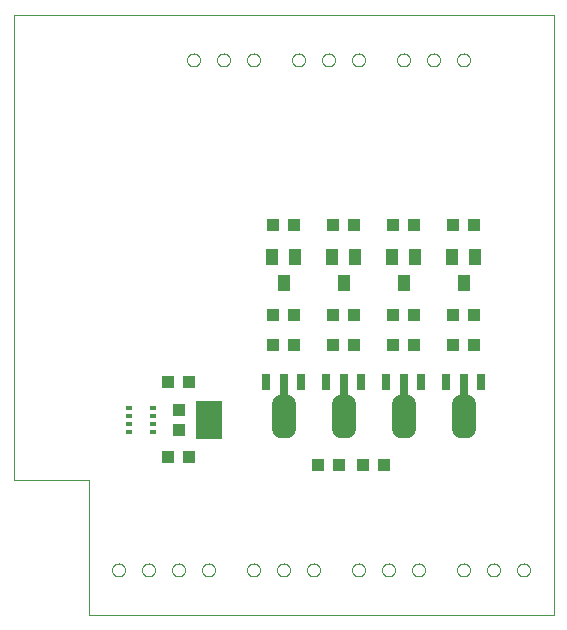
<source format=gtp>
G75*
%MOIN*%
%OFA0B0*%
%FSLAX25Y25*%
%IPPOS*%
%LPD*%
%AMOC8*
5,1,8,0,0,1.08239X$1,22.5*
%
%ADD10C,0.00000*%
%ADD11R,0.03150X0.05512*%
%ADD12R,0.03150X0.07480*%
%ADD13C,0.06000*%
%ADD14R,0.03937X0.05512*%
%ADD15R,0.04331X0.03937*%
%ADD16R,0.08800X0.13000*%
%ADD17R,0.03937X0.04331*%
%ADD18R,0.01969X0.01378*%
D10*
X0062595Y0031433D02*
X0062595Y0076433D01*
X0037595Y0076433D01*
X0037595Y0231433D01*
X0217595Y0231433D01*
X0217595Y0031433D01*
X0062595Y0031433D01*
X0070430Y0046433D02*
X0070432Y0046526D01*
X0070438Y0046618D01*
X0070448Y0046710D01*
X0070462Y0046801D01*
X0070479Y0046892D01*
X0070501Y0046982D01*
X0070526Y0047071D01*
X0070555Y0047159D01*
X0070588Y0047245D01*
X0070625Y0047330D01*
X0070665Y0047414D01*
X0070709Y0047495D01*
X0070756Y0047575D01*
X0070806Y0047653D01*
X0070860Y0047728D01*
X0070917Y0047801D01*
X0070977Y0047871D01*
X0071040Y0047939D01*
X0071106Y0048004D01*
X0071174Y0048066D01*
X0071245Y0048126D01*
X0071319Y0048182D01*
X0071395Y0048235D01*
X0071473Y0048284D01*
X0071553Y0048331D01*
X0071635Y0048373D01*
X0071719Y0048413D01*
X0071804Y0048448D01*
X0071891Y0048480D01*
X0071979Y0048509D01*
X0072068Y0048533D01*
X0072158Y0048554D01*
X0072249Y0048570D01*
X0072341Y0048583D01*
X0072433Y0048592D01*
X0072526Y0048597D01*
X0072618Y0048598D01*
X0072711Y0048595D01*
X0072803Y0048588D01*
X0072895Y0048577D01*
X0072986Y0048562D01*
X0073077Y0048544D01*
X0073167Y0048521D01*
X0073255Y0048495D01*
X0073343Y0048465D01*
X0073429Y0048431D01*
X0073513Y0048394D01*
X0073596Y0048352D01*
X0073677Y0048308D01*
X0073757Y0048260D01*
X0073834Y0048209D01*
X0073908Y0048154D01*
X0073981Y0048096D01*
X0074051Y0048036D01*
X0074118Y0047972D01*
X0074182Y0047906D01*
X0074244Y0047836D01*
X0074302Y0047765D01*
X0074357Y0047691D01*
X0074409Y0047614D01*
X0074458Y0047535D01*
X0074504Y0047455D01*
X0074546Y0047372D01*
X0074584Y0047288D01*
X0074619Y0047202D01*
X0074650Y0047115D01*
X0074677Y0047027D01*
X0074700Y0046937D01*
X0074720Y0046847D01*
X0074736Y0046756D01*
X0074748Y0046664D01*
X0074756Y0046572D01*
X0074760Y0046479D01*
X0074760Y0046387D01*
X0074756Y0046294D01*
X0074748Y0046202D01*
X0074736Y0046110D01*
X0074720Y0046019D01*
X0074700Y0045929D01*
X0074677Y0045839D01*
X0074650Y0045751D01*
X0074619Y0045664D01*
X0074584Y0045578D01*
X0074546Y0045494D01*
X0074504Y0045411D01*
X0074458Y0045331D01*
X0074409Y0045252D01*
X0074357Y0045175D01*
X0074302Y0045101D01*
X0074244Y0045030D01*
X0074182Y0044960D01*
X0074118Y0044894D01*
X0074051Y0044830D01*
X0073981Y0044770D01*
X0073908Y0044712D01*
X0073834Y0044657D01*
X0073757Y0044606D01*
X0073678Y0044558D01*
X0073596Y0044514D01*
X0073513Y0044472D01*
X0073429Y0044435D01*
X0073343Y0044401D01*
X0073255Y0044371D01*
X0073167Y0044345D01*
X0073077Y0044322D01*
X0072986Y0044304D01*
X0072895Y0044289D01*
X0072803Y0044278D01*
X0072711Y0044271D01*
X0072618Y0044268D01*
X0072526Y0044269D01*
X0072433Y0044274D01*
X0072341Y0044283D01*
X0072249Y0044296D01*
X0072158Y0044312D01*
X0072068Y0044333D01*
X0071979Y0044357D01*
X0071891Y0044386D01*
X0071804Y0044418D01*
X0071719Y0044453D01*
X0071635Y0044493D01*
X0071553Y0044535D01*
X0071473Y0044582D01*
X0071395Y0044631D01*
X0071319Y0044684D01*
X0071245Y0044740D01*
X0071174Y0044800D01*
X0071106Y0044862D01*
X0071040Y0044927D01*
X0070977Y0044995D01*
X0070917Y0045065D01*
X0070860Y0045138D01*
X0070806Y0045213D01*
X0070756Y0045291D01*
X0070709Y0045371D01*
X0070665Y0045452D01*
X0070625Y0045536D01*
X0070588Y0045621D01*
X0070555Y0045707D01*
X0070526Y0045795D01*
X0070501Y0045884D01*
X0070479Y0045974D01*
X0070462Y0046065D01*
X0070448Y0046156D01*
X0070438Y0046248D01*
X0070432Y0046340D01*
X0070430Y0046433D01*
X0080430Y0046433D02*
X0080432Y0046526D01*
X0080438Y0046618D01*
X0080448Y0046710D01*
X0080462Y0046801D01*
X0080479Y0046892D01*
X0080501Y0046982D01*
X0080526Y0047071D01*
X0080555Y0047159D01*
X0080588Y0047245D01*
X0080625Y0047330D01*
X0080665Y0047414D01*
X0080709Y0047495D01*
X0080756Y0047575D01*
X0080806Y0047653D01*
X0080860Y0047728D01*
X0080917Y0047801D01*
X0080977Y0047871D01*
X0081040Y0047939D01*
X0081106Y0048004D01*
X0081174Y0048066D01*
X0081245Y0048126D01*
X0081319Y0048182D01*
X0081395Y0048235D01*
X0081473Y0048284D01*
X0081553Y0048331D01*
X0081635Y0048373D01*
X0081719Y0048413D01*
X0081804Y0048448D01*
X0081891Y0048480D01*
X0081979Y0048509D01*
X0082068Y0048533D01*
X0082158Y0048554D01*
X0082249Y0048570D01*
X0082341Y0048583D01*
X0082433Y0048592D01*
X0082526Y0048597D01*
X0082618Y0048598D01*
X0082711Y0048595D01*
X0082803Y0048588D01*
X0082895Y0048577D01*
X0082986Y0048562D01*
X0083077Y0048544D01*
X0083167Y0048521D01*
X0083255Y0048495D01*
X0083343Y0048465D01*
X0083429Y0048431D01*
X0083513Y0048394D01*
X0083596Y0048352D01*
X0083677Y0048308D01*
X0083757Y0048260D01*
X0083834Y0048209D01*
X0083908Y0048154D01*
X0083981Y0048096D01*
X0084051Y0048036D01*
X0084118Y0047972D01*
X0084182Y0047906D01*
X0084244Y0047836D01*
X0084302Y0047765D01*
X0084357Y0047691D01*
X0084409Y0047614D01*
X0084458Y0047535D01*
X0084504Y0047455D01*
X0084546Y0047372D01*
X0084584Y0047288D01*
X0084619Y0047202D01*
X0084650Y0047115D01*
X0084677Y0047027D01*
X0084700Y0046937D01*
X0084720Y0046847D01*
X0084736Y0046756D01*
X0084748Y0046664D01*
X0084756Y0046572D01*
X0084760Y0046479D01*
X0084760Y0046387D01*
X0084756Y0046294D01*
X0084748Y0046202D01*
X0084736Y0046110D01*
X0084720Y0046019D01*
X0084700Y0045929D01*
X0084677Y0045839D01*
X0084650Y0045751D01*
X0084619Y0045664D01*
X0084584Y0045578D01*
X0084546Y0045494D01*
X0084504Y0045411D01*
X0084458Y0045331D01*
X0084409Y0045252D01*
X0084357Y0045175D01*
X0084302Y0045101D01*
X0084244Y0045030D01*
X0084182Y0044960D01*
X0084118Y0044894D01*
X0084051Y0044830D01*
X0083981Y0044770D01*
X0083908Y0044712D01*
X0083834Y0044657D01*
X0083757Y0044606D01*
X0083678Y0044558D01*
X0083596Y0044514D01*
X0083513Y0044472D01*
X0083429Y0044435D01*
X0083343Y0044401D01*
X0083255Y0044371D01*
X0083167Y0044345D01*
X0083077Y0044322D01*
X0082986Y0044304D01*
X0082895Y0044289D01*
X0082803Y0044278D01*
X0082711Y0044271D01*
X0082618Y0044268D01*
X0082526Y0044269D01*
X0082433Y0044274D01*
X0082341Y0044283D01*
X0082249Y0044296D01*
X0082158Y0044312D01*
X0082068Y0044333D01*
X0081979Y0044357D01*
X0081891Y0044386D01*
X0081804Y0044418D01*
X0081719Y0044453D01*
X0081635Y0044493D01*
X0081553Y0044535D01*
X0081473Y0044582D01*
X0081395Y0044631D01*
X0081319Y0044684D01*
X0081245Y0044740D01*
X0081174Y0044800D01*
X0081106Y0044862D01*
X0081040Y0044927D01*
X0080977Y0044995D01*
X0080917Y0045065D01*
X0080860Y0045138D01*
X0080806Y0045213D01*
X0080756Y0045291D01*
X0080709Y0045371D01*
X0080665Y0045452D01*
X0080625Y0045536D01*
X0080588Y0045621D01*
X0080555Y0045707D01*
X0080526Y0045795D01*
X0080501Y0045884D01*
X0080479Y0045974D01*
X0080462Y0046065D01*
X0080448Y0046156D01*
X0080438Y0046248D01*
X0080432Y0046340D01*
X0080430Y0046433D01*
X0090430Y0046433D02*
X0090432Y0046526D01*
X0090438Y0046618D01*
X0090448Y0046710D01*
X0090462Y0046801D01*
X0090479Y0046892D01*
X0090501Y0046982D01*
X0090526Y0047071D01*
X0090555Y0047159D01*
X0090588Y0047245D01*
X0090625Y0047330D01*
X0090665Y0047414D01*
X0090709Y0047495D01*
X0090756Y0047575D01*
X0090806Y0047653D01*
X0090860Y0047728D01*
X0090917Y0047801D01*
X0090977Y0047871D01*
X0091040Y0047939D01*
X0091106Y0048004D01*
X0091174Y0048066D01*
X0091245Y0048126D01*
X0091319Y0048182D01*
X0091395Y0048235D01*
X0091473Y0048284D01*
X0091553Y0048331D01*
X0091635Y0048373D01*
X0091719Y0048413D01*
X0091804Y0048448D01*
X0091891Y0048480D01*
X0091979Y0048509D01*
X0092068Y0048533D01*
X0092158Y0048554D01*
X0092249Y0048570D01*
X0092341Y0048583D01*
X0092433Y0048592D01*
X0092526Y0048597D01*
X0092618Y0048598D01*
X0092711Y0048595D01*
X0092803Y0048588D01*
X0092895Y0048577D01*
X0092986Y0048562D01*
X0093077Y0048544D01*
X0093167Y0048521D01*
X0093255Y0048495D01*
X0093343Y0048465D01*
X0093429Y0048431D01*
X0093513Y0048394D01*
X0093596Y0048352D01*
X0093677Y0048308D01*
X0093757Y0048260D01*
X0093834Y0048209D01*
X0093908Y0048154D01*
X0093981Y0048096D01*
X0094051Y0048036D01*
X0094118Y0047972D01*
X0094182Y0047906D01*
X0094244Y0047836D01*
X0094302Y0047765D01*
X0094357Y0047691D01*
X0094409Y0047614D01*
X0094458Y0047535D01*
X0094504Y0047455D01*
X0094546Y0047372D01*
X0094584Y0047288D01*
X0094619Y0047202D01*
X0094650Y0047115D01*
X0094677Y0047027D01*
X0094700Y0046937D01*
X0094720Y0046847D01*
X0094736Y0046756D01*
X0094748Y0046664D01*
X0094756Y0046572D01*
X0094760Y0046479D01*
X0094760Y0046387D01*
X0094756Y0046294D01*
X0094748Y0046202D01*
X0094736Y0046110D01*
X0094720Y0046019D01*
X0094700Y0045929D01*
X0094677Y0045839D01*
X0094650Y0045751D01*
X0094619Y0045664D01*
X0094584Y0045578D01*
X0094546Y0045494D01*
X0094504Y0045411D01*
X0094458Y0045331D01*
X0094409Y0045252D01*
X0094357Y0045175D01*
X0094302Y0045101D01*
X0094244Y0045030D01*
X0094182Y0044960D01*
X0094118Y0044894D01*
X0094051Y0044830D01*
X0093981Y0044770D01*
X0093908Y0044712D01*
X0093834Y0044657D01*
X0093757Y0044606D01*
X0093678Y0044558D01*
X0093596Y0044514D01*
X0093513Y0044472D01*
X0093429Y0044435D01*
X0093343Y0044401D01*
X0093255Y0044371D01*
X0093167Y0044345D01*
X0093077Y0044322D01*
X0092986Y0044304D01*
X0092895Y0044289D01*
X0092803Y0044278D01*
X0092711Y0044271D01*
X0092618Y0044268D01*
X0092526Y0044269D01*
X0092433Y0044274D01*
X0092341Y0044283D01*
X0092249Y0044296D01*
X0092158Y0044312D01*
X0092068Y0044333D01*
X0091979Y0044357D01*
X0091891Y0044386D01*
X0091804Y0044418D01*
X0091719Y0044453D01*
X0091635Y0044493D01*
X0091553Y0044535D01*
X0091473Y0044582D01*
X0091395Y0044631D01*
X0091319Y0044684D01*
X0091245Y0044740D01*
X0091174Y0044800D01*
X0091106Y0044862D01*
X0091040Y0044927D01*
X0090977Y0044995D01*
X0090917Y0045065D01*
X0090860Y0045138D01*
X0090806Y0045213D01*
X0090756Y0045291D01*
X0090709Y0045371D01*
X0090665Y0045452D01*
X0090625Y0045536D01*
X0090588Y0045621D01*
X0090555Y0045707D01*
X0090526Y0045795D01*
X0090501Y0045884D01*
X0090479Y0045974D01*
X0090462Y0046065D01*
X0090448Y0046156D01*
X0090438Y0046248D01*
X0090432Y0046340D01*
X0090430Y0046433D01*
X0100430Y0046433D02*
X0100432Y0046526D01*
X0100438Y0046618D01*
X0100448Y0046710D01*
X0100462Y0046801D01*
X0100479Y0046892D01*
X0100501Y0046982D01*
X0100526Y0047071D01*
X0100555Y0047159D01*
X0100588Y0047245D01*
X0100625Y0047330D01*
X0100665Y0047414D01*
X0100709Y0047495D01*
X0100756Y0047575D01*
X0100806Y0047653D01*
X0100860Y0047728D01*
X0100917Y0047801D01*
X0100977Y0047871D01*
X0101040Y0047939D01*
X0101106Y0048004D01*
X0101174Y0048066D01*
X0101245Y0048126D01*
X0101319Y0048182D01*
X0101395Y0048235D01*
X0101473Y0048284D01*
X0101553Y0048331D01*
X0101635Y0048373D01*
X0101719Y0048413D01*
X0101804Y0048448D01*
X0101891Y0048480D01*
X0101979Y0048509D01*
X0102068Y0048533D01*
X0102158Y0048554D01*
X0102249Y0048570D01*
X0102341Y0048583D01*
X0102433Y0048592D01*
X0102526Y0048597D01*
X0102618Y0048598D01*
X0102711Y0048595D01*
X0102803Y0048588D01*
X0102895Y0048577D01*
X0102986Y0048562D01*
X0103077Y0048544D01*
X0103167Y0048521D01*
X0103255Y0048495D01*
X0103343Y0048465D01*
X0103429Y0048431D01*
X0103513Y0048394D01*
X0103596Y0048352D01*
X0103677Y0048308D01*
X0103757Y0048260D01*
X0103834Y0048209D01*
X0103908Y0048154D01*
X0103981Y0048096D01*
X0104051Y0048036D01*
X0104118Y0047972D01*
X0104182Y0047906D01*
X0104244Y0047836D01*
X0104302Y0047765D01*
X0104357Y0047691D01*
X0104409Y0047614D01*
X0104458Y0047535D01*
X0104504Y0047455D01*
X0104546Y0047372D01*
X0104584Y0047288D01*
X0104619Y0047202D01*
X0104650Y0047115D01*
X0104677Y0047027D01*
X0104700Y0046937D01*
X0104720Y0046847D01*
X0104736Y0046756D01*
X0104748Y0046664D01*
X0104756Y0046572D01*
X0104760Y0046479D01*
X0104760Y0046387D01*
X0104756Y0046294D01*
X0104748Y0046202D01*
X0104736Y0046110D01*
X0104720Y0046019D01*
X0104700Y0045929D01*
X0104677Y0045839D01*
X0104650Y0045751D01*
X0104619Y0045664D01*
X0104584Y0045578D01*
X0104546Y0045494D01*
X0104504Y0045411D01*
X0104458Y0045331D01*
X0104409Y0045252D01*
X0104357Y0045175D01*
X0104302Y0045101D01*
X0104244Y0045030D01*
X0104182Y0044960D01*
X0104118Y0044894D01*
X0104051Y0044830D01*
X0103981Y0044770D01*
X0103908Y0044712D01*
X0103834Y0044657D01*
X0103757Y0044606D01*
X0103678Y0044558D01*
X0103596Y0044514D01*
X0103513Y0044472D01*
X0103429Y0044435D01*
X0103343Y0044401D01*
X0103255Y0044371D01*
X0103167Y0044345D01*
X0103077Y0044322D01*
X0102986Y0044304D01*
X0102895Y0044289D01*
X0102803Y0044278D01*
X0102711Y0044271D01*
X0102618Y0044268D01*
X0102526Y0044269D01*
X0102433Y0044274D01*
X0102341Y0044283D01*
X0102249Y0044296D01*
X0102158Y0044312D01*
X0102068Y0044333D01*
X0101979Y0044357D01*
X0101891Y0044386D01*
X0101804Y0044418D01*
X0101719Y0044453D01*
X0101635Y0044493D01*
X0101553Y0044535D01*
X0101473Y0044582D01*
X0101395Y0044631D01*
X0101319Y0044684D01*
X0101245Y0044740D01*
X0101174Y0044800D01*
X0101106Y0044862D01*
X0101040Y0044927D01*
X0100977Y0044995D01*
X0100917Y0045065D01*
X0100860Y0045138D01*
X0100806Y0045213D01*
X0100756Y0045291D01*
X0100709Y0045371D01*
X0100665Y0045452D01*
X0100625Y0045536D01*
X0100588Y0045621D01*
X0100555Y0045707D01*
X0100526Y0045795D01*
X0100501Y0045884D01*
X0100479Y0045974D01*
X0100462Y0046065D01*
X0100448Y0046156D01*
X0100438Y0046248D01*
X0100432Y0046340D01*
X0100430Y0046433D01*
X0115430Y0046433D02*
X0115432Y0046526D01*
X0115438Y0046618D01*
X0115448Y0046710D01*
X0115462Y0046801D01*
X0115479Y0046892D01*
X0115501Y0046982D01*
X0115526Y0047071D01*
X0115555Y0047159D01*
X0115588Y0047245D01*
X0115625Y0047330D01*
X0115665Y0047414D01*
X0115709Y0047495D01*
X0115756Y0047575D01*
X0115806Y0047653D01*
X0115860Y0047728D01*
X0115917Y0047801D01*
X0115977Y0047871D01*
X0116040Y0047939D01*
X0116106Y0048004D01*
X0116174Y0048066D01*
X0116245Y0048126D01*
X0116319Y0048182D01*
X0116395Y0048235D01*
X0116473Y0048284D01*
X0116553Y0048331D01*
X0116635Y0048373D01*
X0116719Y0048413D01*
X0116804Y0048448D01*
X0116891Y0048480D01*
X0116979Y0048509D01*
X0117068Y0048533D01*
X0117158Y0048554D01*
X0117249Y0048570D01*
X0117341Y0048583D01*
X0117433Y0048592D01*
X0117526Y0048597D01*
X0117618Y0048598D01*
X0117711Y0048595D01*
X0117803Y0048588D01*
X0117895Y0048577D01*
X0117986Y0048562D01*
X0118077Y0048544D01*
X0118167Y0048521D01*
X0118255Y0048495D01*
X0118343Y0048465D01*
X0118429Y0048431D01*
X0118513Y0048394D01*
X0118596Y0048352D01*
X0118677Y0048308D01*
X0118757Y0048260D01*
X0118834Y0048209D01*
X0118908Y0048154D01*
X0118981Y0048096D01*
X0119051Y0048036D01*
X0119118Y0047972D01*
X0119182Y0047906D01*
X0119244Y0047836D01*
X0119302Y0047765D01*
X0119357Y0047691D01*
X0119409Y0047614D01*
X0119458Y0047535D01*
X0119504Y0047455D01*
X0119546Y0047372D01*
X0119584Y0047288D01*
X0119619Y0047202D01*
X0119650Y0047115D01*
X0119677Y0047027D01*
X0119700Y0046937D01*
X0119720Y0046847D01*
X0119736Y0046756D01*
X0119748Y0046664D01*
X0119756Y0046572D01*
X0119760Y0046479D01*
X0119760Y0046387D01*
X0119756Y0046294D01*
X0119748Y0046202D01*
X0119736Y0046110D01*
X0119720Y0046019D01*
X0119700Y0045929D01*
X0119677Y0045839D01*
X0119650Y0045751D01*
X0119619Y0045664D01*
X0119584Y0045578D01*
X0119546Y0045494D01*
X0119504Y0045411D01*
X0119458Y0045331D01*
X0119409Y0045252D01*
X0119357Y0045175D01*
X0119302Y0045101D01*
X0119244Y0045030D01*
X0119182Y0044960D01*
X0119118Y0044894D01*
X0119051Y0044830D01*
X0118981Y0044770D01*
X0118908Y0044712D01*
X0118834Y0044657D01*
X0118757Y0044606D01*
X0118678Y0044558D01*
X0118596Y0044514D01*
X0118513Y0044472D01*
X0118429Y0044435D01*
X0118343Y0044401D01*
X0118255Y0044371D01*
X0118167Y0044345D01*
X0118077Y0044322D01*
X0117986Y0044304D01*
X0117895Y0044289D01*
X0117803Y0044278D01*
X0117711Y0044271D01*
X0117618Y0044268D01*
X0117526Y0044269D01*
X0117433Y0044274D01*
X0117341Y0044283D01*
X0117249Y0044296D01*
X0117158Y0044312D01*
X0117068Y0044333D01*
X0116979Y0044357D01*
X0116891Y0044386D01*
X0116804Y0044418D01*
X0116719Y0044453D01*
X0116635Y0044493D01*
X0116553Y0044535D01*
X0116473Y0044582D01*
X0116395Y0044631D01*
X0116319Y0044684D01*
X0116245Y0044740D01*
X0116174Y0044800D01*
X0116106Y0044862D01*
X0116040Y0044927D01*
X0115977Y0044995D01*
X0115917Y0045065D01*
X0115860Y0045138D01*
X0115806Y0045213D01*
X0115756Y0045291D01*
X0115709Y0045371D01*
X0115665Y0045452D01*
X0115625Y0045536D01*
X0115588Y0045621D01*
X0115555Y0045707D01*
X0115526Y0045795D01*
X0115501Y0045884D01*
X0115479Y0045974D01*
X0115462Y0046065D01*
X0115448Y0046156D01*
X0115438Y0046248D01*
X0115432Y0046340D01*
X0115430Y0046433D01*
X0125430Y0046433D02*
X0125432Y0046526D01*
X0125438Y0046618D01*
X0125448Y0046710D01*
X0125462Y0046801D01*
X0125479Y0046892D01*
X0125501Y0046982D01*
X0125526Y0047071D01*
X0125555Y0047159D01*
X0125588Y0047245D01*
X0125625Y0047330D01*
X0125665Y0047414D01*
X0125709Y0047495D01*
X0125756Y0047575D01*
X0125806Y0047653D01*
X0125860Y0047728D01*
X0125917Y0047801D01*
X0125977Y0047871D01*
X0126040Y0047939D01*
X0126106Y0048004D01*
X0126174Y0048066D01*
X0126245Y0048126D01*
X0126319Y0048182D01*
X0126395Y0048235D01*
X0126473Y0048284D01*
X0126553Y0048331D01*
X0126635Y0048373D01*
X0126719Y0048413D01*
X0126804Y0048448D01*
X0126891Y0048480D01*
X0126979Y0048509D01*
X0127068Y0048533D01*
X0127158Y0048554D01*
X0127249Y0048570D01*
X0127341Y0048583D01*
X0127433Y0048592D01*
X0127526Y0048597D01*
X0127618Y0048598D01*
X0127711Y0048595D01*
X0127803Y0048588D01*
X0127895Y0048577D01*
X0127986Y0048562D01*
X0128077Y0048544D01*
X0128167Y0048521D01*
X0128255Y0048495D01*
X0128343Y0048465D01*
X0128429Y0048431D01*
X0128513Y0048394D01*
X0128596Y0048352D01*
X0128677Y0048308D01*
X0128757Y0048260D01*
X0128834Y0048209D01*
X0128908Y0048154D01*
X0128981Y0048096D01*
X0129051Y0048036D01*
X0129118Y0047972D01*
X0129182Y0047906D01*
X0129244Y0047836D01*
X0129302Y0047765D01*
X0129357Y0047691D01*
X0129409Y0047614D01*
X0129458Y0047535D01*
X0129504Y0047455D01*
X0129546Y0047372D01*
X0129584Y0047288D01*
X0129619Y0047202D01*
X0129650Y0047115D01*
X0129677Y0047027D01*
X0129700Y0046937D01*
X0129720Y0046847D01*
X0129736Y0046756D01*
X0129748Y0046664D01*
X0129756Y0046572D01*
X0129760Y0046479D01*
X0129760Y0046387D01*
X0129756Y0046294D01*
X0129748Y0046202D01*
X0129736Y0046110D01*
X0129720Y0046019D01*
X0129700Y0045929D01*
X0129677Y0045839D01*
X0129650Y0045751D01*
X0129619Y0045664D01*
X0129584Y0045578D01*
X0129546Y0045494D01*
X0129504Y0045411D01*
X0129458Y0045331D01*
X0129409Y0045252D01*
X0129357Y0045175D01*
X0129302Y0045101D01*
X0129244Y0045030D01*
X0129182Y0044960D01*
X0129118Y0044894D01*
X0129051Y0044830D01*
X0128981Y0044770D01*
X0128908Y0044712D01*
X0128834Y0044657D01*
X0128757Y0044606D01*
X0128678Y0044558D01*
X0128596Y0044514D01*
X0128513Y0044472D01*
X0128429Y0044435D01*
X0128343Y0044401D01*
X0128255Y0044371D01*
X0128167Y0044345D01*
X0128077Y0044322D01*
X0127986Y0044304D01*
X0127895Y0044289D01*
X0127803Y0044278D01*
X0127711Y0044271D01*
X0127618Y0044268D01*
X0127526Y0044269D01*
X0127433Y0044274D01*
X0127341Y0044283D01*
X0127249Y0044296D01*
X0127158Y0044312D01*
X0127068Y0044333D01*
X0126979Y0044357D01*
X0126891Y0044386D01*
X0126804Y0044418D01*
X0126719Y0044453D01*
X0126635Y0044493D01*
X0126553Y0044535D01*
X0126473Y0044582D01*
X0126395Y0044631D01*
X0126319Y0044684D01*
X0126245Y0044740D01*
X0126174Y0044800D01*
X0126106Y0044862D01*
X0126040Y0044927D01*
X0125977Y0044995D01*
X0125917Y0045065D01*
X0125860Y0045138D01*
X0125806Y0045213D01*
X0125756Y0045291D01*
X0125709Y0045371D01*
X0125665Y0045452D01*
X0125625Y0045536D01*
X0125588Y0045621D01*
X0125555Y0045707D01*
X0125526Y0045795D01*
X0125501Y0045884D01*
X0125479Y0045974D01*
X0125462Y0046065D01*
X0125448Y0046156D01*
X0125438Y0046248D01*
X0125432Y0046340D01*
X0125430Y0046433D01*
X0135430Y0046433D02*
X0135432Y0046526D01*
X0135438Y0046618D01*
X0135448Y0046710D01*
X0135462Y0046801D01*
X0135479Y0046892D01*
X0135501Y0046982D01*
X0135526Y0047071D01*
X0135555Y0047159D01*
X0135588Y0047245D01*
X0135625Y0047330D01*
X0135665Y0047414D01*
X0135709Y0047495D01*
X0135756Y0047575D01*
X0135806Y0047653D01*
X0135860Y0047728D01*
X0135917Y0047801D01*
X0135977Y0047871D01*
X0136040Y0047939D01*
X0136106Y0048004D01*
X0136174Y0048066D01*
X0136245Y0048126D01*
X0136319Y0048182D01*
X0136395Y0048235D01*
X0136473Y0048284D01*
X0136553Y0048331D01*
X0136635Y0048373D01*
X0136719Y0048413D01*
X0136804Y0048448D01*
X0136891Y0048480D01*
X0136979Y0048509D01*
X0137068Y0048533D01*
X0137158Y0048554D01*
X0137249Y0048570D01*
X0137341Y0048583D01*
X0137433Y0048592D01*
X0137526Y0048597D01*
X0137618Y0048598D01*
X0137711Y0048595D01*
X0137803Y0048588D01*
X0137895Y0048577D01*
X0137986Y0048562D01*
X0138077Y0048544D01*
X0138167Y0048521D01*
X0138255Y0048495D01*
X0138343Y0048465D01*
X0138429Y0048431D01*
X0138513Y0048394D01*
X0138596Y0048352D01*
X0138677Y0048308D01*
X0138757Y0048260D01*
X0138834Y0048209D01*
X0138908Y0048154D01*
X0138981Y0048096D01*
X0139051Y0048036D01*
X0139118Y0047972D01*
X0139182Y0047906D01*
X0139244Y0047836D01*
X0139302Y0047765D01*
X0139357Y0047691D01*
X0139409Y0047614D01*
X0139458Y0047535D01*
X0139504Y0047455D01*
X0139546Y0047372D01*
X0139584Y0047288D01*
X0139619Y0047202D01*
X0139650Y0047115D01*
X0139677Y0047027D01*
X0139700Y0046937D01*
X0139720Y0046847D01*
X0139736Y0046756D01*
X0139748Y0046664D01*
X0139756Y0046572D01*
X0139760Y0046479D01*
X0139760Y0046387D01*
X0139756Y0046294D01*
X0139748Y0046202D01*
X0139736Y0046110D01*
X0139720Y0046019D01*
X0139700Y0045929D01*
X0139677Y0045839D01*
X0139650Y0045751D01*
X0139619Y0045664D01*
X0139584Y0045578D01*
X0139546Y0045494D01*
X0139504Y0045411D01*
X0139458Y0045331D01*
X0139409Y0045252D01*
X0139357Y0045175D01*
X0139302Y0045101D01*
X0139244Y0045030D01*
X0139182Y0044960D01*
X0139118Y0044894D01*
X0139051Y0044830D01*
X0138981Y0044770D01*
X0138908Y0044712D01*
X0138834Y0044657D01*
X0138757Y0044606D01*
X0138678Y0044558D01*
X0138596Y0044514D01*
X0138513Y0044472D01*
X0138429Y0044435D01*
X0138343Y0044401D01*
X0138255Y0044371D01*
X0138167Y0044345D01*
X0138077Y0044322D01*
X0137986Y0044304D01*
X0137895Y0044289D01*
X0137803Y0044278D01*
X0137711Y0044271D01*
X0137618Y0044268D01*
X0137526Y0044269D01*
X0137433Y0044274D01*
X0137341Y0044283D01*
X0137249Y0044296D01*
X0137158Y0044312D01*
X0137068Y0044333D01*
X0136979Y0044357D01*
X0136891Y0044386D01*
X0136804Y0044418D01*
X0136719Y0044453D01*
X0136635Y0044493D01*
X0136553Y0044535D01*
X0136473Y0044582D01*
X0136395Y0044631D01*
X0136319Y0044684D01*
X0136245Y0044740D01*
X0136174Y0044800D01*
X0136106Y0044862D01*
X0136040Y0044927D01*
X0135977Y0044995D01*
X0135917Y0045065D01*
X0135860Y0045138D01*
X0135806Y0045213D01*
X0135756Y0045291D01*
X0135709Y0045371D01*
X0135665Y0045452D01*
X0135625Y0045536D01*
X0135588Y0045621D01*
X0135555Y0045707D01*
X0135526Y0045795D01*
X0135501Y0045884D01*
X0135479Y0045974D01*
X0135462Y0046065D01*
X0135448Y0046156D01*
X0135438Y0046248D01*
X0135432Y0046340D01*
X0135430Y0046433D01*
X0150430Y0046433D02*
X0150432Y0046526D01*
X0150438Y0046618D01*
X0150448Y0046710D01*
X0150462Y0046801D01*
X0150479Y0046892D01*
X0150501Y0046982D01*
X0150526Y0047071D01*
X0150555Y0047159D01*
X0150588Y0047245D01*
X0150625Y0047330D01*
X0150665Y0047414D01*
X0150709Y0047495D01*
X0150756Y0047575D01*
X0150806Y0047653D01*
X0150860Y0047728D01*
X0150917Y0047801D01*
X0150977Y0047871D01*
X0151040Y0047939D01*
X0151106Y0048004D01*
X0151174Y0048066D01*
X0151245Y0048126D01*
X0151319Y0048182D01*
X0151395Y0048235D01*
X0151473Y0048284D01*
X0151553Y0048331D01*
X0151635Y0048373D01*
X0151719Y0048413D01*
X0151804Y0048448D01*
X0151891Y0048480D01*
X0151979Y0048509D01*
X0152068Y0048533D01*
X0152158Y0048554D01*
X0152249Y0048570D01*
X0152341Y0048583D01*
X0152433Y0048592D01*
X0152526Y0048597D01*
X0152618Y0048598D01*
X0152711Y0048595D01*
X0152803Y0048588D01*
X0152895Y0048577D01*
X0152986Y0048562D01*
X0153077Y0048544D01*
X0153167Y0048521D01*
X0153255Y0048495D01*
X0153343Y0048465D01*
X0153429Y0048431D01*
X0153513Y0048394D01*
X0153596Y0048352D01*
X0153677Y0048308D01*
X0153757Y0048260D01*
X0153834Y0048209D01*
X0153908Y0048154D01*
X0153981Y0048096D01*
X0154051Y0048036D01*
X0154118Y0047972D01*
X0154182Y0047906D01*
X0154244Y0047836D01*
X0154302Y0047765D01*
X0154357Y0047691D01*
X0154409Y0047614D01*
X0154458Y0047535D01*
X0154504Y0047455D01*
X0154546Y0047372D01*
X0154584Y0047288D01*
X0154619Y0047202D01*
X0154650Y0047115D01*
X0154677Y0047027D01*
X0154700Y0046937D01*
X0154720Y0046847D01*
X0154736Y0046756D01*
X0154748Y0046664D01*
X0154756Y0046572D01*
X0154760Y0046479D01*
X0154760Y0046387D01*
X0154756Y0046294D01*
X0154748Y0046202D01*
X0154736Y0046110D01*
X0154720Y0046019D01*
X0154700Y0045929D01*
X0154677Y0045839D01*
X0154650Y0045751D01*
X0154619Y0045664D01*
X0154584Y0045578D01*
X0154546Y0045494D01*
X0154504Y0045411D01*
X0154458Y0045331D01*
X0154409Y0045252D01*
X0154357Y0045175D01*
X0154302Y0045101D01*
X0154244Y0045030D01*
X0154182Y0044960D01*
X0154118Y0044894D01*
X0154051Y0044830D01*
X0153981Y0044770D01*
X0153908Y0044712D01*
X0153834Y0044657D01*
X0153757Y0044606D01*
X0153678Y0044558D01*
X0153596Y0044514D01*
X0153513Y0044472D01*
X0153429Y0044435D01*
X0153343Y0044401D01*
X0153255Y0044371D01*
X0153167Y0044345D01*
X0153077Y0044322D01*
X0152986Y0044304D01*
X0152895Y0044289D01*
X0152803Y0044278D01*
X0152711Y0044271D01*
X0152618Y0044268D01*
X0152526Y0044269D01*
X0152433Y0044274D01*
X0152341Y0044283D01*
X0152249Y0044296D01*
X0152158Y0044312D01*
X0152068Y0044333D01*
X0151979Y0044357D01*
X0151891Y0044386D01*
X0151804Y0044418D01*
X0151719Y0044453D01*
X0151635Y0044493D01*
X0151553Y0044535D01*
X0151473Y0044582D01*
X0151395Y0044631D01*
X0151319Y0044684D01*
X0151245Y0044740D01*
X0151174Y0044800D01*
X0151106Y0044862D01*
X0151040Y0044927D01*
X0150977Y0044995D01*
X0150917Y0045065D01*
X0150860Y0045138D01*
X0150806Y0045213D01*
X0150756Y0045291D01*
X0150709Y0045371D01*
X0150665Y0045452D01*
X0150625Y0045536D01*
X0150588Y0045621D01*
X0150555Y0045707D01*
X0150526Y0045795D01*
X0150501Y0045884D01*
X0150479Y0045974D01*
X0150462Y0046065D01*
X0150448Y0046156D01*
X0150438Y0046248D01*
X0150432Y0046340D01*
X0150430Y0046433D01*
X0160430Y0046433D02*
X0160432Y0046526D01*
X0160438Y0046618D01*
X0160448Y0046710D01*
X0160462Y0046801D01*
X0160479Y0046892D01*
X0160501Y0046982D01*
X0160526Y0047071D01*
X0160555Y0047159D01*
X0160588Y0047245D01*
X0160625Y0047330D01*
X0160665Y0047414D01*
X0160709Y0047495D01*
X0160756Y0047575D01*
X0160806Y0047653D01*
X0160860Y0047728D01*
X0160917Y0047801D01*
X0160977Y0047871D01*
X0161040Y0047939D01*
X0161106Y0048004D01*
X0161174Y0048066D01*
X0161245Y0048126D01*
X0161319Y0048182D01*
X0161395Y0048235D01*
X0161473Y0048284D01*
X0161553Y0048331D01*
X0161635Y0048373D01*
X0161719Y0048413D01*
X0161804Y0048448D01*
X0161891Y0048480D01*
X0161979Y0048509D01*
X0162068Y0048533D01*
X0162158Y0048554D01*
X0162249Y0048570D01*
X0162341Y0048583D01*
X0162433Y0048592D01*
X0162526Y0048597D01*
X0162618Y0048598D01*
X0162711Y0048595D01*
X0162803Y0048588D01*
X0162895Y0048577D01*
X0162986Y0048562D01*
X0163077Y0048544D01*
X0163167Y0048521D01*
X0163255Y0048495D01*
X0163343Y0048465D01*
X0163429Y0048431D01*
X0163513Y0048394D01*
X0163596Y0048352D01*
X0163677Y0048308D01*
X0163757Y0048260D01*
X0163834Y0048209D01*
X0163908Y0048154D01*
X0163981Y0048096D01*
X0164051Y0048036D01*
X0164118Y0047972D01*
X0164182Y0047906D01*
X0164244Y0047836D01*
X0164302Y0047765D01*
X0164357Y0047691D01*
X0164409Y0047614D01*
X0164458Y0047535D01*
X0164504Y0047455D01*
X0164546Y0047372D01*
X0164584Y0047288D01*
X0164619Y0047202D01*
X0164650Y0047115D01*
X0164677Y0047027D01*
X0164700Y0046937D01*
X0164720Y0046847D01*
X0164736Y0046756D01*
X0164748Y0046664D01*
X0164756Y0046572D01*
X0164760Y0046479D01*
X0164760Y0046387D01*
X0164756Y0046294D01*
X0164748Y0046202D01*
X0164736Y0046110D01*
X0164720Y0046019D01*
X0164700Y0045929D01*
X0164677Y0045839D01*
X0164650Y0045751D01*
X0164619Y0045664D01*
X0164584Y0045578D01*
X0164546Y0045494D01*
X0164504Y0045411D01*
X0164458Y0045331D01*
X0164409Y0045252D01*
X0164357Y0045175D01*
X0164302Y0045101D01*
X0164244Y0045030D01*
X0164182Y0044960D01*
X0164118Y0044894D01*
X0164051Y0044830D01*
X0163981Y0044770D01*
X0163908Y0044712D01*
X0163834Y0044657D01*
X0163757Y0044606D01*
X0163678Y0044558D01*
X0163596Y0044514D01*
X0163513Y0044472D01*
X0163429Y0044435D01*
X0163343Y0044401D01*
X0163255Y0044371D01*
X0163167Y0044345D01*
X0163077Y0044322D01*
X0162986Y0044304D01*
X0162895Y0044289D01*
X0162803Y0044278D01*
X0162711Y0044271D01*
X0162618Y0044268D01*
X0162526Y0044269D01*
X0162433Y0044274D01*
X0162341Y0044283D01*
X0162249Y0044296D01*
X0162158Y0044312D01*
X0162068Y0044333D01*
X0161979Y0044357D01*
X0161891Y0044386D01*
X0161804Y0044418D01*
X0161719Y0044453D01*
X0161635Y0044493D01*
X0161553Y0044535D01*
X0161473Y0044582D01*
X0161395Y0044631D01*
X0161319Y0044684D01*
X0161245Y0044740D01*
X0161174Y0044800D01*
X0161106Y0044862D01*
X0161040Y0044927D01*
X0160977Y0044995D01*
X0160917Y0045065D01*
X0160860Y0045138D01*
X0160806Y0045213D01*
X0160756Y0045291D01*
X0160709Y0045371D01*
X0160665Y0045452D01*
X0160625Y0045536D01*
X0160588Y0045621D01*
X0160555Y0045707D01*
X0160526Y0045795D01*
X0160501Y0045884D01*
X0160479Y0045974D01*
X0160462Y0046065D01*
X0160448Y0046156D01*
X0160438Y0046248D01*
X0160432Y0046340D01*
X0160430Y0046433D01*
X0170430Y0046433D02*
X0170432Y0046526D01*
X0170438Y0046618D01*
X0170448Y0046710D01*
X0170462Y0046801D01*
X0170479Y0046892D01*
X0170501Y0046982D01*
X0170526Y0047071D01*
X0170555Y0047159D01*
X0170588Y0047245D01*
X0170625Y0047330D01*
X0170665Y0047414D01*
X0170709Y0047495D01*
X0170756Y0047575D01*
X0170806Y0047653D01*
X0170860Y0047728D01*
X0170917Y0047801D01*
X0170977Y0047871D01*
X0171040Y0047939D01*
X0171106Y0048004D01*
X0171174Y0048066D01*
X0171245Y0048126D01*
X0171319Y0048182D01*
X0171395Y0048235D01*
X0171473Y0048284D01*
X0171553Y0048331D01*
X0171635Y0048373D01*
X0171719Y0048413D01*
X0171804Y0048448D01*
X0171891Y0048480D01*
X0171979Y0048509D01*
X0172068Y0048533D01*
X0172158Y0048554D01*
X0172249Y0048570D01*
X0172341Y0048583D01*
X0172433Y0048592D01*
X0172526Y0048597D01*
X0172618Y0048598D01*
X0172711Y0048595D01*
X0172803Y0048588D01*
X0172895Y0048577D01*
X0172986Y0048562D01*
X0173077Y0048544D01*
X0173167Y0048521D01*
X0173255Y0048495D01*
X0173343Y0048465D01*
X0173429Y0048431D01*
X0173513Y0048394D01*
X0173596Y0048352D01*
X0173677Y0048308D01*
X0173757Y0048260D01*
X0173834Y0048209D01*
X0173908Y0048154D01*
X0173981Y0048096D01*
X0174051Y0048036D01*
X0174118Y0047972D01*
X0174182Y0047906D01*
X0174244Y0047836D01*
X0174302Y0047765D01*
X0174357Y0047691D01*
X0174409Y0047614D01*
X0174458Y0047535D01*
X0174504Y0047455D01*
X0174546Y0047372D01*
X0174584Y0047288D01*
X0174619Y0047202D01*
X0174650Y0047115D01*
X0174677Y0047027D01*
X0174700Y0046937D01*
X0174720Y0046847D01*
X0174736Y0046756D01*
X0174748Y0046664D01*
X0174756Y0046572D01*
X0174760Y0046479D01*
X0174760Y0046387D01*
X0174756Y0046294D01*
X0174748Y0046202D01*
X0174736Y0046110D01*
X0174720Y0046019D01*
X0174700Y0045929D01*
X0174677Y0045839D01*
X0174650Y0045751D01*
X0174619Y0045664D01*
X0174584Y0045578D01*
X0174546Y0045494D01*
X0174504Y0045411D01*
X0174458Y0045331D01*
X0174409Y0045252D01*
X0174357Y0045175D01*
X0174302Y0045101D01*
X0174244Y0045030D01*
X0174182Y0044960D01*
X0174118Y0044894D01*
X0174051Y0044830D01*
X0173981Y0044770D01*
X0173908Y0044712D01*
X0173834Y0044657D01*
X0173757Y0044606D01*
X0173678Y0044558D01*
X0173596Y0044514D01*
X0173513Y0044472D01*
X0173429Y0044435D01*
X0173343Y0044401D01*
X0173255Y0044371D01*
X0173167Y0044345D01*
X0173077Y0044322D01*
X0172986Y0044304D01*
X0172895Y0044289D01*
X0172803Y0044278D01*
X0172711Y0044271D01*
X0172618Y0044268D01*
X0172526Y0044269D01*
X0172433Y0044274D01*
X0172341Y0044283D01*
X0172249Y0044296D01*
X0172158Y0044312D01*
X0172068Y0044333D01*
X0171979Y0044357D01*
X0171891Y0044386D01*
X0171804Y0044418D01*
X0171719Y0044453D01*
X0171635Y0044493D01*
X0171553Y0044535D01*
X0171473Y0044582D01*
X0171395Y0044631D01*
X0171319Y0044684D01*
X0171245Y0044740D01*
X0171174Y0044800D01*
X0171106Y0044862D01*
X0171040Y0044927D01*
X0170977Y0044995D01*
X0170917Y0045065D01*
X0170860Y0045138D01*
X0170806Y0045213D01*
X0170756Y0045291D01*
X0170709Y0045371D01*
X0170665Y0045452D01*
X0170625Y0045536D01*
X0170588Y0045621D01*
X0170555Y0045707D01*
X0170526Y0045795D01*
X0170501Y0045884D01*
X0170479Y0045974D01*
X0170462Y0046065D01*
X0170448Y0046156D01*
X0170438Y0046248D01*
X0170432Y0046340D01*
X0170430Y0046433D01*
X0185430Y0046433D02*
X0185432Y0046526D01*
X0185438Y0046618D01*
X0185448Y0046710D01*
X0185462Y0046801D01*
X0185479Y0046892D01*
X0185501Y0046982D01*
X0185526Y0047071D01*
X0185555Y0047159D01*
X0185588Y0047245D01*
X0185625Y0047330D01*
X0185665Y0047414D01*
X0185709Y0047495D01*
X0185756Y0047575D01*
X0185806Y0047653D01*
X0185860Y0047728D01*
X0185917Y0047801D01*
X0185977Y0047871D01*
X0186040Y0047939D01*
X0186106Y0048004D01*
X0186174Y0048066D01*
X0186245Y0048126D01*
X0186319Y0048182D01*
X0186395Y0048235D01*
X0186473Y0048284D01*
X0186553Y0048331D01*
X0186635Y0048373D01*
X0186719Y0048413D01*
X0186804Y0048448D01*
X0186891Y0048480D01*
X0186979Y0048509D01*
X0187068Y0048533D01*
X0187158Y0048554D01*
X0187249Y0048570D01*
X0187341Y0048583D01*
X0187433Y0048592D01*
X0187526Y0048597D01*
X0187618Y0048598D01*
X0187711Y0048595D01*
X0187803Y0048588D01*
X0187895Y0048577D01*
X0187986Y0048562D01*
X0188077Y0048544D01*
X0188167Y0048521D01*
X0188255Y0048495D01*
X0188343Y0048465D01*
X0188429Y0048431D01*
X0188513Y0048394D01*
X0188596Y0048352D01*
X0188677Y0048308D01*
X0188757Y0048260D01*
X0188834Y0048209D01*
X0188908Y0048154D01*
X0188981Y0048096D01*
X0189051Y0048036D01*
X0189118Y0047972D01*
X0189182Y0047906D01*
X0189244Y0047836D01*
X0189302Y0047765D01*
X0189357Y0047691D01*
X0189409Y0047614D01*
X0189458Y0047535D01*
X0189504Y0047455D01*
X0189546Y0047372D01*
X0189584Y0047288D01*
X0189619Y0047202D01*
X0189650Y0047115D01*
X0189677Y0047027D01*
X0189700Y0046937D01*
X0189720Y0046847D01*
X0189736Y0046756D01*
X0189748Y0046664D01*
X0189756Y0046572D01*
X0189760Y0046479D01*
X0189760Y0046387D01*
X0189756Y0046294D01*
X0189748Y0046202D01*
X0189736Y0046110D01*
X0189720Y0046019D01*
X0189700Y0045929D01*
X0189677Y0045839D01*
X0189650Y0045751D01*
X0189619Y0045664D01*
X0189584Y0045578D01*
X0189546Y0045494D01*
X0189504Y0045411D01*
X0189458Y0045331D01*
X0189409Y0045252D01*
X0189357Y0045175D01*
X0189302Y0045101D01*
X0189244Y0045030D01*
X0189182Y0044960D01*
X0189118Y0044894D01*
X0189051Y0044830D01*
X0188981Y0044770D01*
X0188908Y0044712D01*
X0188834Y0044657D01*
X0188757Y0044606D01*
X0188678Y0044558D01*
X0188596Y0044514D01*
X0188513Y0044472D01*
X0188429Y0044435D01*
X0188343Y0044401D01*
X0188255Y0044371D01*
X0188167Y0044345D01*
X0188077Y0044322D01*
X0187986Y0044304D01*
X0187895Y0044289D01*
X0187803Y0044278D01*
X0187711Y0044271D01*
X0187618Y0044268D01*
X0187526Y0044269D01*
X0187433Y0044274D01*
X0187341Y0044283D01*
X0187249Y0044296D01*
X0187158Y0044312D01*
X0187068Y0044333D01*
X0186979Y0044357D01*
X0186891Y0044386D01*
X0186804Y0044418D01*
X0186719Y0044453D01*
X0186635Y0044493D01*
X0186553Y0044535D01*
X0186473Y0044582D01*
X0186395Y0044631D01*
X0186319Y0044684D01*
X0186245Y0044740D01*
X0186174Y0044800D01*
X0186106Y0044862D01*
X0186040Y0044927D01*
X0185977Y0044995D01*
X0185917Y0045065D01*
X0185860Y0045138D01*
X0185806Y0045213D01*
X0185756Y0045291D01*
X0185709Y0045371D01*
X0185665Y0045452D01*
X0185625Y0045536D01*
X0185588Y0045621D01*
X0185555Y0045707D01*
X0185526Y0045795D01*
X0185501Y0045884D01*
X0185479Y0045974D01*
X0185462Y0046065D01*
X0185448Y0046156D01*
X0185438Y0046248D01*
X0185432Y0046340D01*
X0185430Y0046433D01*
X0195430Y0046433D02*
X0195432Y0046526D01*
X0195438Y0046618D01*
X0195448Y0046710D01*
X0195462Y0046801D01*
X0195479Y0046892D01*
X0195501Y0046982D01*
X0195526Y0047071D01*
X0195555Y0047159D01*
X0195588Y0047245D01*
X0195625Y0047330D01*
X0195665Y0047414D01*
X0195709Y0047495D01*
X0195756Y0047575D01*
X0195806Y0047653D01*
X0195860Y0047728D01*
X0195917Y0047801D01*
X0195977Y0047871D01*
X0196040Y0047939D01*
X0196106Y0048004D01*
X0196174Y0048066D01*
X0196245Y0048126D01*
X0196319Y0048182D01*
X0196395Y0048235D01*
X0196473Y0048284D01*
X0196553Y0048331D01*
X0196635Y0048373D01*
X0196719Y0048413D01*
X0196804Y0048448D01*
X0196891Y0048480D01*
X0196979Y0048509D01*
X0197068Y0048533D01*
X0197158Y0048554D01*
X0197249Y0048570D01*
X0197341Y0048583D01*
X0197433Y0048592D01*
X0197526Y0048597D01*
X0197618Y0048598D01*
X0197711Y0048595D01*
X0197803Y0048588D01*
X0197895Y0048577D01*
X0197986Y0048562D01*
X0198077Y0048544D01*
X0198167Y0048521D01*
X0198255Y0048495D01*
X0198343Y0048465D01*
X0198429Y0048431D01*
X0198513Y0048394D01*
X0198596Y0048352D01*
X0198677Y0048308D01*
X0198757Y0048260D01*
X0198834Y0048209D01*
X0198908Y0048154D01*
X0198981Y0048096D01*
X0199051Y0048036D01*
X0199118Y0047972D01*
X0199182Y0047906D01*
X0199244Y0047836D01*
X0199302Y0047765D01*
X0199357Y0047691D01*
X0199409Y0047614D01*
X0199458Y0047535D01*
X0199504Y0047455D01*
X0199546Y0047372D01*
X0199584Y0047288D01*
X0199619Y0047202D01*
X0199650Y0047115D01*
X0199677Y0047027D01*
X0199700Y0046937D01*
X0199720Y0046847D01*
X0199736Y0046756D01*
X0199748Y0046664D01*
X0199756Y0046572D01*
X0199760Y0046479D01*
X0199760Y0046387D01*
X0199756Y0046294D01*
X0199748Y0046202D01*
X0199736Y0046110D01*
X0199720Y0046019D01*
X0199700Y0045929D01*
X0199677Y0045839D01*
X0199650Y0045751D01*
X0199619Y0045664D01*
X0199584Y0045578D01*
X0199546Y0045494D01*
X0199504Y0045411D01*
X0199458Y0045331D01*
X0199409Y0045252D01*
X0199357Y0045175D01*
X0199302Y0045101D01*
X0199244Y0045030D01*
X0199182Y0044960D01*
X0199118Y0044894D01*
X0199051Y0044830D01*
X0198981Y0044770D01*
X0198908Y0044712D01*
X0198834Y0044657D01*
X0198757Y0044606D01*
X0198678Y0044558D01*
X0198596Y0044514D01*
X0198513Y0044472D01*
X0198429Y0044435D01*
X0198343Y0044401D01*
X0198255Y0044371D01*
X0198167Y0044345D01*
X0198077Y0044322D01*
X0197986Y0044304D01*
X0197895Y0044289D01*
X0197803Y0044278D01*
X0197711Y0044271D01*
X0197618Y0044268D01*
X0197526Y0044269D01*
X0197433Y0044274D01*
X0197341Y0044283D01*
X0197249Y0044296D01*
X0197158Y0044312D01*
X0197068Y0044333D01*
X0196979Y0044357D01*
X0196891Y0044386D01*
X0196804Y0044418D01*
X0196719Y0044453D01*
X0196635Y0044493D01*
X0196553Y0044535D01*
X0196473Y0044582D01*
X0196395Y0044631D01*
X0196319Y0044684D01*
X0196245Y0044740D01*
X0196174Y0044800D01*
X0196106Y0044862D01*
X0196040Y0044927D01*
X0195977Y0044995D01*
X0195917Y0045065D01*
X0195860Y0045138D01*
X0195806Y0045213D01*
X0195756Y0045291D01*
X0195709Y0045371D01*
X0195665Y0045452D01*
X0195625Y0045536D01*
X0195588Y0045621D01*
X0195555Y0045707D01*
X0195526Y0045795D01*
X0195501Y0045884D01*
X0195479Y0045974D01*
X0195462Y0046065D01*
X0195448Y0046156D01*
X0195438Y0046248D01*
X0195432Y0046340D01*
X0195430Y0046433D01*
X0205430Y0046433D02*
X0205432Y0046526D01*
X0205438Y0046618D01*
X0205448Y0046710D01*
X0205462Y0046801D01*
X0205479Y0046892D01*
X0205501Y0046982D01*
X0205526Y0047071D01*
X0205555Y0047159D01*
X0205588Y0047245D01*
X0205625Y0047330D01*
X0205665Y0047414D01*
X0205709Y0047495D01*
X0205756Y0047575D01*
X0205806Y0047653D01*
X0205860Y0047728D01*
X0205917Y0047801D01*
X0205977Y0047871D01*
X0206040Y0047939D01*
X0206106Y0048004D01*
X0206174Y0048066D01*
X0206245Y0048126D01*
X0206319Y0048182D01*
X0206395Y0048235D01*
X0206473Y0048284D01*
X0206553Y0048331D01*
X0206635Y0048373D01*
X0206719Y0048413D01*
X0206804Y0048448D01*
X0206891Y0048480D01*
X0206979Y0048509D01*
X0207068Y0048533D01*
X0207158Y0048554D01*
X0207249Y0048570D01*
X0207341Y0048583D01*
X0207433Y0048592D01*
X0207526Y0048597D01*
X0207618Y0048598D01*
X0207711Y0048595D01*
X0207803Y0048588D01*
X0207895Y0048577D01*
X0207986Y0048562D01*
X0208077Y0048544D01*
X0208167Y0048521D01*
X0208255Y0048495D01*
X0208343Y0048465D01*
X0208429Y0048431D01*
X0208513Y0048394D01*
X0208596Y0048352D01*
X0208677Y0048308D01*
X0208757Y0048260D01*
X0208834Y0048209D01*
X0208908Y0048154D01*
X0208981Y0048096D01*
X0209051Y0048036D01*
X0209118Y0047972D01*
X0209182Y0047906D01*
X0209244Y0047836D01*
X0209302Y0047765D01*
X0209357Y0047691D01*
X0209409Y0047614D01*
X0209458Y0047535D01*
X0209504Y0047455D01*
X0209546Y0047372D01*
X0209584Y0047288D01*
X0209619Y0047202D01*
X0209650Y0047115D01*
X0209677Y0047027D01*
X0209700Y0046937D01*
X0209720Y0046847D01*
X0209736Y0046756D01*
X0209748Y0046664D01*
X0209756Y0046572D01*
X0209760Y0046479D01*
X0209760Y0046387D01*
X0209756Y0046294D01*
X0209748Y0046202D01*
X0209736Y0046110D01*
X0209720Y0046019D01*
X0209700Y0045929D01*
X0209677Y0045839D01*
X0209650Y0045751D01*
X0209619Y0045664D01*
X0209584Y0045578D01*
X0209546Y0045494D01*
X0209504Y0045411D01*
X0209458Y0045331D01*
X0209409Y0045252D01*
X0209357Y0045175D01*
X0209302Y0045101D01*
X0209244Y0045030D01*
X0209182Y0044960D01*
X0209118Y0044894D01*
X0209051Y0044830D01*
X0208981Y0044770D01*
X0208908Y0044712D01*
X0208834Y0044657D01*
X0208757Y0044606D01*
X0208678Y0044558D01*
X0208596Y0044514D01*
X0208513Y0044472D01*
X0208429Y0044435D01*
X0208343Y0044401D01*
X0208255Y0044371D01*
X0208167Y0044345D01*
X0208077Y0044322D01*
X0207986Y0044304D01*
X0207895Y0044289D01*
X0207803Y0044278D01*
X0207711Y0044271D01*
X0207618Y0044268D01*
X0207526Y0044269D01*
X0207433Y0044274D01*
X0207341Y0044283D01*
X0207249Y0044296D01*
X0207158Y0044312D01*
X0207068Y0044333D01*
X0206979Y0044357D01*
X0206891Y0044386D01*
X0206804Y0044418D01*
X0206719Y0044453D01*
X0206635Y0044493D01*
X0206553Y0044535D01*
X0206473Y0044582D01*
X0206395Y0044631D01*
X0206319Y0044684D01*
X0206245Y0044740D01*
X0206174Y0044800D01*
X0206106Y0044862D01*
X0206040Y0044927D01*
X0205977Y0044995D01*
X0205917Y0045065D01*
X0205860Y0045138D01*
X0205806Y0045213D01*
X0205756Y0045291D01*
X0205709Y0045371D01*
X0205665Y0045452D01*
X0205625Y0045536D01*
X0205588Y0045621D01*
X0205555Y0045707D01*
X0205526Y0045795D01*
X0205501Y0045884D01*
X0205479Y0045974D01*
X0205462Y0046065D01*
X0205448Y0046156D01*
X0205438Y0046248D01*
X0205432Y0046340D01*
X0205430Y0046433D01*
X0185430Y0216433D02*
X0185432Y0216526D01*
X0185438Y0216618D01*
X0185448Y0216710D01*
X0185462Y0216801D01*
X0185479Y0216892D01*
X0185501Y0216982D01*
X0185526Y0217071D01*
X0185555Y0217159D01*
X0185588Y0217245D01*
X0185625Y0217330D01*
X0185665Y0217414D01*
X0185709Y0217495D01*
X0185756Y0217575D01*
X0185806Y0217653D01*
X0185860Y0217728D01*
X0185917Y0217801D01*
X0185977Y0217871D01*
X0186040Y0217939D01*
X0186106Y0218004D01*
X0186174Y0218066D01*
X0186245Y0218126D01*
X0186319Y0218182D01*
X0186395Y0218235D01*
X0186473Y0218284D01*
X0186553Y0218331D01*
X0186635Y0218373D01*
X0186719Y0218413D01*
X0186804Y0218448D01*
X0186891Y0218480D01*
X0186979Y0218509D01*
X0187068Y0218533D01*
X0187158Y0218554D01*
X0187249Y0218570D01*
X0187341Y0218583D01*
X0187433Y0218592D01*
X0187526Y0218597D01*
X0187618Y0218598D01*
X0187711Y0218595D01*
X0187803Y0218588D01*
X0187895Y0218577D01*
X0187986Y0218562D01*
X0188077Y0218544D01*
X0188167Y0218521D01*
X0188255Y0218495D01*
X0188343Y0218465D01*
X0188429Y0218431D01*
X0188513Y0218394D01*
X0188596Y0218352D01*
X0188677Y0218308D01*
X0188757Y0218260D01*
X0188834Y0218209D01*
X0188908Y0218154D01*
X0188981Y0218096D01*
X0189051Y0218036D01*
X0189118Y0217972D01*
X0189182Y0217906D01*
X0189244Y0217836D01*
X0189302Y0217765D01*
X0189357Y0217691D01*
X0189409Y0217614D01*
X0189458Y0217535D01*
X0189504Y0217455D01*
X0189546Y0217372D01*
X0189584Y0217288D01*
X0189619Y0217202D01*
X0189650Y0217115D01*
X0189677Y0217027D01*
X0189700Y0216937D01*
X0189720Y0216847D01*
X0189736Y0216756D01*
X0189748Y0216664D01*
X0189756Y0216572D01*
X0189760Y0216479D01*
X0189760Y0216387D01*
X0189756Y0216294D01*
X0189748Y0216202D01*
X0189736Y0216110D01*
X0189720Y0216019D01*
X0189700Y0215929D01*
X0189677Y0215839D01*
X0189650Y0215751D01*
X0189619Y0215664D01*
X0189584Y0215578D01*
X0189546Y0215494D01*
X0189504Y0215411D01*
X0189458Y0215331D01*
X0189409Y0215252D01*
X0189357Y0215175D01*
X0189302Y0215101D01*
X0189244Y0215030D01*
X0189182Y0214960D01*
X0189118Y0214894D01*
X0189051Y0214830D01*
X0188981Y0214770D01*
X0188908Y0214712D01*
X0188834Y0214657D01*
X0188757Y0214606D01*
X0188678Y0214558D01*
X0188596Y0214514D01*
X0188513Y0214472D01*
X0188429Y0214435D01*
X0188343Y0214401D01*
X0188255Y0214371D01*
X0188167Y0214345D01*
X0188077Y0214322D01*
X0187986Y0214304D01*
X0187895Y0214289D01*
X0187803Y0214278D01*
X0187711Y0214271D01*
X0187618Y0214268D01*
X0187526Y0214269D01*
X0187433Y0214274D01*
X0187341Y0214283D01*
X0187249Y0214296D01*
X0187158Y0214312D01*
X0187068Y0214333D01*
X0186979Y0214357D01*
X0186891Y0214386D01*
X0186804Y0214418D01*
X0186719Y0214453D01*
X0186635Y0214493D01*
X0186553Y0214535D01*
X0186473Y0214582D01*
X0186395Y0214631D01*
X0186319Y0214684D01*
X0186245Y0214740D01*
X0186174Y0214800D01*
X0186106Y0214862D01*
X0186040Y0214927D01*
X0185977Y0214995D01*
X0185917Y0215065D01*
X0185860Y0215138D01*
X0185806Y0215213D01*
X0185756Y0215291D01*
X0185709Y0215371D01*
X0185665Y0215452D01*
X0185625Y0215536D01*
X0185588Y0215621D01*
X0185555Y0215707D01*
X0185526Y0215795D01*
X0185501Y0215884D01*
X0185479Y0215974D01*
X0185462Y0216065D01*
X0185448Y0216156D01*
X0185438Y0216248D01*
X0185432Y0216340D01*
X0185430Y0216433D01*
X0175430Y0216433D02*
X0175432Y0216526D01*
X0175438Y0216618D01*
X0175448Y0216710D01*
X0175462Y0216801D01*
X0175479Y0216892D01*
X0175501Y0216982D01*
X0175526Y0217071D01*
X0175555Y0217159D01*
X0175588Y0217245D01*
X0175625Y0217330D01*
X0175665Y0217414D01*
X0175709Y0217495D01*
X0175756Y0217575D01*
X0175806Y0217653D01*
X0175860Y0217728D01*
X0175917Y0217801D01*
X0175977Y0217871D01*
X0176040Y0217939D01*
X0176106Y0218004D01*
X0176174Y0218066D01*
X0176245Y0218126D01*
X0176319Y0218182D01*
X0176395Y0218235D01*
X0176473Y0218284D01*
X0176553Y0218331D01*
X0176635Y0218373D01*
X0176719Y0218413D01*
X0176804Y0218448D01*
X0176891Y0218480D01*
X0176979Y0218509D01*
X0177068Y0218533D01*
X0177158Y0218554D01*
X0177249Y0218570D01*
X0177341Y0218583D01*
X0177433Y0218592D01*
X0177526Y0218597D01*
X0177618Y0218598D01*
X0177711Y0218595D01*
X0177803Y0218588D01*
X0177895Y0218577D01*
X0177986Y0218562D01*
X0178077Y0218544D01*
X0178167Y0218521D01*
X0178255Y0218495D01*
X0178343Y0218465D01*
X0178429Y0218431D01*
X0178513Y0218394D01*
X0178596Y0218352D01*
X0178677Y0218308D01*
X0178757Y0218260D01*
X0178834Y0218209D01*
X0178908Y0218154D01*
X0178981Y0218096D01*
X0179051Y0218036D01*
X0179118Y0217972D01*
X0179182Y0217906D01*
X0179244Y0217836D01*
X0179302Y0217765D01*
X0179357Y0217691D01*
X0179409Y0217614D01*
X0179458Y0217535D01*
X0179504Y0217455D01*
X0179546Y0217372D01*
X0179584Y0217288D01*
X0179619Y0217202D01*
X0179650Y0217115D01*
X0179677Y0217027D01*
X0179700Y0216937D01*
X0179720Y0216847D01*
X0179736Y0216756D01*
X0179748Y0216664D01*
X0179756Y0216572D01*
X0179760Y0216479D01*
X0179760Y0216387D01*
X0179756Y0216294D01*
X0179748Y0216202D01*
X0179736Y0216110D01*
X0179720Y0216019D01*
X0179700Y0215929D01*
X0179677Y0215839D01*
X0179650Y0215751D01*
X0179619Y0215664D01*
X0179584Y0215578D01*
X0179546Y0215494D01*
X0179504Y0215411D01*
X0179458Y0215331D01*
X0179409Y0215252D01*
X0179357Y0215175D01*
X0179302Y0215101D01*
X0179244Y0215030D01*
X0179182Y0214960D01*
X0179118Y0214894D01*
X0179051Y0214830D01*
X0178981Y0214770D01*
X0178908Y0214712D01*
X0178834Y0214657D01*
X0178757Y0214606D01*
X0178678Y0214558D01*
X0178596Y0214514D01*
X0178513Y0214472D01*
X0178429Y0214435D01*
X0178343Y0214401D01*
X0178255Y0214371D01*
X0178167Y0214345D01*
X0178077Y0214322D01*
X0177986Y0214304D01*
X0177895Y0214289D01*
X0177803Y0214278D01*
X0177711Y0214271D01*
X0177618Y0214268D01*
X0177526Y0214269D01*
X0177433Y0214274D01*
X0177341Y0214283D01*
X0177249Y0214296D01*
X0177158Y0214312D01*
X0177068Y0214333D01*
X0176979Y0214357D01*
X0176891Y0214386D01*
X0176804Y0214418D01*
X0176719Y0214453D01*
X0176635Y0214493D01*
X0176553Y0214535D01*
X0176473Y0214582D01*
X0176395Y0214631D01*
X0176319Y0214684D01*
X0176245Y0214740D01*
X0176174Y0214800D01*
X0176106Y0214862D01*
X0176040Y0214927D01*
X0175977Y0214995D01*
X0175917Y0215065D01*
X0175860Y0215138D01*
X0175806Y0215213D01*
X0175756Y0215291D01*
X0175709Y0215371D01*
X0175665Y0215452D01*
X0175625Y0215536D01*
X0175588Y0215621D01*
X0175555Y0215707D01*
X0175526Y0215795D01*
X0175501Y0215884D01*
X0175479Y0215974D01*
X0175462Y0216065D01*
X0175448Y0216156D01*
X0175438Y0216248D01*
X0175432Y0216340D01*
X0175430Y0216433D01*
X0165430Y0216433D02*
X0165432Y0216526D01*
X0165438Y0216618D01*
X0165448Y0216710D01*
X0165462Y0216801D01*
X0165479Y0216892D01*
X0165501Y0216982D01*
X0165526Y0217071D01*
X0165555Y0217159D01*
X0165588Y0217245D01*
X0165625Y0217330D01*
X0165665Y0217414D01*
X0165709Y0217495D01*
X0165756Y0217575D01*
X0165806Y0217653D01*
X0165860Y0217728D01*
X0165917Y0217801D01*
X0165977Y0217871D01*
X0166040Y0217939D01*
X0166106Y0218004D01*
X0166174Y0218066D01*
X0166245Y0218126D01*
X0166319Y0218182D01*
X0166395Y0218235D01*
X0166473Y0218284D01*
X0166553Y0218331D01*
X0166635Y0218373D01*
X0166719Y0218413D01*
X0166804Y0218448D01*
X0166891Y0218480D01*
X0166979Y0218509D01*
X0167068Y0218533D01*
X0167158Y0218554D01*
X0167249Y0218570D01*
X0167341Y0218583D01*
X0167433Y0218592D01*
X0167526Y0218597D01*
X0167618Y0218598D01*
X0167711Y0218595D01*
X0167803Y0218588D01*
X0167895Y0218577D01*
X0167986Y0218562D01*
X0168077Y0218544D01*
X0168167Y0218521D01*
X0168255Y0218495D01*
X0168343Y0218465D01*
X0168429Y0218431D01*
X0168513Y0218394D01*
X0168596Y0218352D01*
X0168677Y0218308D01*
X0168757Y0218260D01*
X0168834Y0218209D01*
X0168908Y0218154D01*
X0168981Y0218096D01*
X0169051Y0218036D01*
X0169118Y0217972D01*
X0169182Y0217906D01*
X0169244Y0217836D01*
X0169302Y0217765D01*
X0169357Y0217691D01*
X0169409Y0217614D01*
X0169458Y0217535D01*
X0169504Y0217455D01*
X0169546Y0217372D01*
X0169584Y0217288D01*
X0169619Y0217202D01*
X0169650Y0217115D01*
X0169677Y0217027D01*
X0169700Y0216937D01*
X0169720Y0216847D01*
X0169736Y0216756D01*
X0169748Y0216664D01*
X0169756Y0216572D01*
X0169760Y0216479D01*
X0169760Y0216387D01*
X0169756Y0216294D01*
X0169748Y0216202D01*
X0169736Y0216110D01*
X0169720Y0216019D01*
X0169700Y0215929D01*
X0169677Y0215839D01*
X0169650Y0215751D01*
X0169619Y0215664D01*
X0169584Y0215578D01*
X0169546Y0215494D01*
X0169504Y0215411D01*
X0169458Y0215331D01*
X0169409Y0215252D01*
X0169357Y0215175D01*
X0169302Y0215101D01*
X0169244Y0215030D01*
X0169182Y0214960D01*
X0169118Y0214894D01*
X0169051Y0214830D01*
X0168981Y0214770D01*
X0168908Y0214712D01*
X0168834Y0214657D01*
X0168757Y0214606D01*
X0168678Y0214558D01*
X0168596Y0214514D01*
X0168513Y0214472D01*
X0168429Y0214435D01*
X0168343Y0214401D01*
X0168255Y0214371D01*
X0168167Y0214345D01*
X0168077Y0214322D01*
X0167986Y0214304D01*
X0167895Y0214289D01*
X0167803Y0214278D01*
X0167711Y0214271D01*
X0167618Y0214268D01*
X0167526Y0214269D01*
X0167433Y0214274D01*
X0167341Y0214283D01*
X0167249Y0214296D01*
X0167158Y0214312D01*
X0167068Y0214333D01*
X0166979Y0214357D01*
X0166891Y0214386D01*
X0166804Y0214418D01*
X0166719Y0214453D01*
X0166635Y0214493D01*
X0166553Y0214535D01*
X0166473Y0214582D01*
X0166395Y0214631D01*
X0166319Y0214684D01*
X0166245Y0214740D01*
X0166174Y0214800D01*
X0166106Y0214862D01*
X0166040Y0214927D01*
X0165977Y0214995D01*
X0165917Y0215065D01*
X0165860Y0215138D01*
X0165806Y0215213D01*
X0165756Y0215291D01*
X0165709Y0215371D01*
X0165665Y0215452D01*
X0165625Y0215536D01*
X0165588Y0215621D01*
X0165555Y0215707D01*
X0165526Y0215795D01*
X0165501Y0215884D01*
X0165479Y0215974D01*
X0165462Y0216065D01*
X0165448Y0216156D01*
X0165438Y0216248D01*
X0165432Y0216340D01*
X0165430Y0216433D01*
X0150430Y0216433D02*
X0150432Y0216526D01*
X0150438Y0216618D01*
X0150448Y0216710D01*
X0150462Y0216801D01*
X0150479Y0216892D01*
X0150501Y0216982D01*
X0150526Y0217071D01*
X0150555Y0217159D01*
X0150588Y0217245D01*
X0150625Y0217330D01*
X0150665Y0217414D01*
X0150709Y0217495D01*
X0150756Y0217575D01*
X0150806Y0217653D01*
X0150860Y0217728D01*
X0150917Y0217801D01*
X0150977Y0217871D01*
X0151040Y0217939D01*
X0151106Y0218004D01*
X0151174Y0218066D01*
X0151245Y0218126D01*
X0151319Y0218182D01*
X0151395Y0218235D01*
X0151473Y0218284D01*
X0151553Y0218331D01*
X0151635Y0218373D01*
X0151719Y0218413D01*
X0151804Y0218448D01*
X0151891Y0218480D01*
X0151979Y0218509D01*
X0152068Y0218533D01*
X0152158Y0218554D01*
X0152249Y0218570D01*
X0152341Y0218583D01*
X0152433Y0218592D01*
X0152526Y0218597D01*
X0152618Y0218598D01*
X0152711Y0218595D01*
X0152803Y0218588D01*
X0152895Y0218577D01*
X0152986Y0218562D01*
X0153077Y0218544D01*
X0153167Y0218521D01*
X0153255Y0218495D01*
X0153343Y0218465D01*
X0153429Y0218431D01*
X0153513Y0218394D01*
X0153596Y0218352D01*
X0153677Y0218308D01*
X0153757Y0218260D01*
X0153834Y0218209D01*
X0153908Y0218154D01*
X0153981Y0218096D01*
X0154051Y0218036D01*
X0154118Y0217972D01*
X0154182Y0217906D01*
X0154244Y0217836D01*
X0154302Y0217765D01*
X0154357Y0217691D01*
X0154409Y0217614D01*
X0154458Y0217535D01*
X0154504Y0217455D01*
X0154546Y0217372D01*
X0154584Y0217288D01*
X0154619Y0217202D01*
X0154650Y0217115D01*
X0154677Y0217027D01*
X0154700Y0216937D01*
X0154720Y0216847D01*
X0154736Y0216756D01*
X0154748Y0216664D01*
X0154756Y0216572D01*
X0154760Y0216479D01*
X0154760Y0216387D01*
X0154756Y0216294D01*
X0154748Y0216202D01*
X0154736Y0216110D01*
X0154720Y0216019D01*
X0154700Y0215929D01*
X0154677Y0215839D01*
X0154650Y0215751D01*
X0154619Y0215664D01*
X0154584Y0215578D01*
X0154546Y0215494D01*
X0154504Y0215411D01*
X0154458Y0215331D01*
X0154409Y0215252D01*
X0154357Y0215175D01*
X0154302Y0215101D01*
X0154244Y0215030D01*
X0154182Y0214960D01*
X0154118Y0214894D01*
X0154051Y0214830D01*
X0153981Y0214770D01*
X0153908Y0214712D01*
X0153834Y0214657D01*
X0153757Y0214606D01*
X0153678Y0214558D01*
X0153596Y0214514D01*
X0153513Y0214472D01*
X0153429Y0214435D01*
X0153343Y0214401D01*
X0153255Y0214371D01*
X0153167Y0214345D01*
X0153077Y0214322D01*
X0152986Y0214304D01*
X0152895Y0214289D01*
X0152803Y0214278D01*
X0152711Y0214271D01*
X0152618Y0214268D01*
X0152526Y0214269D01*
X0152433Y0214274D01*
X0152341Y0214283D01*
X0152249Y0214296D01*
X0152158Y0214312D01*
X0152068Y0214333D01*
X0151979Y0214357D01*
X0151891Y0214386D01*
X0151804Y0214418D01*
X0151719Y0214453D01*
X0151635Y0214493D01*
X0151553Y0214535D01*
X0151473Y0214582D01*
X0151395Y0214631D01*
X0151319Y0214684D01*
X0151245Y0214740D01*
X0151174Y0214800D01*
X0151106Y0214862D01*
X0151040Y0214927D01*
X0150977Y0214995D01*
X0150917Y0215065D01*
X0150860Y0215138D01*
X0150806Y0215213D01*
X0150756Y0215291D01*
X0150709Y0215371D01*
X0150665Y0215452D01*
X0150625Y0215536D01*
X0150588Y0215621D01*
X0150555Y0215707D01*
X0150526Y0215795D01*
X0150501Y0215884D01*
X0150479Y0215974D01*
X0150462Y0216065D01*
X0150448Y0216156D01*
X0150438Y0216248D01*
X0150432Y0216340D01*
X0150430Y0216433D01*
X0140430Y0216433D02*
X0140432Y0216526D01*
X0140438Y0216618D01*
X0140448Y0216710D01*
X0140462Y0216801D01*
X0140479Y0216892D01*
X0140501Y0216982D01*
X0140526Y0217071D01*
X0140555Y0217159D01*
X0140588Y0217245D01*
X0140625Y0217330D01*
X0140665Y0217414D01*
X0140709Y0217495D01*
X0140756Y0217575D01*
X0140806Y0217653D01*
X0140860Y0217728D01*
X0140917Y0217801D01*
X0140977Y0217871D01*
X0141040Y0217939D01*
X0141106Y0218004D01*
X0141174Y0218066D01*
X0141245Y0218126D01*
X0141319Y0218182D01*
X0141395Y0218235D01*
X0141473Y0218284D01*
X0141553Y0218331D01*
X0141635Y0218373D01*
X0141719Y0218413D01*
X0141804Y0218448D01*
X0141891Y0218480D01*
X0141979Y0218509D01*
X0142068Y0218533D01*
X0142158Y0218554D01*
X0142249Y0218570D01*
X0142341Y0218583D01*
X0142433Y0218592D01*
X0142526Y0218597D01*
X0142618Y0218598D01*
X0142711Y0218595D01*
X0142803Y0218588D01*
X0142895Y0218577D01*
X0142986Y0218562D01*
X0143077Y0218544D01*
X0143167Y0218521D01*
X0143255Y0218495D01*
X0143343Y0218465D01*
X0143429Y0218431D01*
X0143513Y0218394D01*
X0143596Y0218352D01*
X0143677Y0218308D01*
X0143757Y0218260D01*
X0143834Y0218209D01*
X0143908Y0218154D01*
X0143981Y0218096D01*
X0144051Y0218036D01*
X0144118Y0217972D01*
X0144182Y0217906D01*
X0144244Y0217836D01*
X0144302Y0217765D01*
X0144357Y0217691D01*
X0144409Y0217614D01*
X0144458Y0217535D01*
X0144504Y0217455D01*
X0144546Y0217372D01*
X0144584Y0217288D01*
X0144619Y0217202D01*
X0144650Y0217115D01*
X0144677Y0217027D01*
X0144700Y0216937D01*
X0144720Y0216847D01*
X0144736Y0216756D01*
X0144748Y0216664D01*
X0144756Y0216572D01*
X0144760Y0216479D01*
X0144760Y0216387D01*
X0144756Y0216294D01*
X0144748Y0216202D01*
X0144736Y0216110D01*
X0144720Y0216019D01*
X0144700Y0215929D01*
X0144677Y0215839D01*
X0144650Y0215751D01*
X0144619Y0215664D01*
X0144584Y0215578D01*
X0144546Y0215494D01*
X0144504Y0215411D01*
X0144458Y0215331D01*
X0144409Y0215252D01*
X0144357Y0215175D01*
X0144302Y0215101D01*
X0144244Y0215030D01*
X0144182Y0214960D01*
X0144118Y0214894D01*
X0144051Y0214830D01*
X0143981Y0214770D01*
X0143908Y0214712D01*
X0143834Y0214657D01*
X0143757Y0214606D01*
X0143678Y0214558D01*
X0143596Y0214514D01*
X0143513Y0214472D01*
X0143429Y0214435D01*
X0143343Y0214401D01*
X0143255Y0214371D01*
X0143167Y0214345D01*
X0143077Y0214322D01*
X0142986Y0214304D01*
X0142895Y0214289D01*
X0142803Y0214278D01*
X0142711Y0214271D01*
X0142618Y0214268D01*
X0142526Y0214269D01*
X0142433Y0214274D01*
X0142341Y0214283D01*
X0142249Y0214296D01*
X0142158Y0214312D01*
X0142068Y0214333D01*
X0141979Y0214357D01*
X0141891Y0214386D01*
X0141804Y0214418D01*
X0141719Y0214453D01*
X0141635Y0214493D01*
X0141553Y0214535D01*
X0141473Y0214582D01*
X0141395Y0214631D01*
X0141319Y0214684D01*
X0141245Y0214740D01*
X0141174Y0214800D01*
X0141106Y0214862D01*
X0141040Y0214927D01*
X0140977Y0214995D01*
X0140917Y0215065D01*
X0140860Y0215138D01*
X0140806Y0215213D01*
X0140756Y0215291D01*
X0140709Y0215371D01*
X0140665Y0215452D01*
X0140625Y0215536D01*
X0140588Y0215621D01*
X0140555Y0215707D01*
X0140526Y0215795D01*
X0140501Y0215884D01*
X0140479Y0215974D01*
X0140462Y0216065D01*
X0140448Y0216156D01*
X0140438Y0216248D01*
X0140432Y0216340D01*
X0140430Y0216433D01*
X0130430Y0216433D02*
X0130432Y0216526D01*
X0130438Y0216618D01*
X0130448Y0216710D01*
X0130462Y0216801D01*
X0130479Y0216892D01*
X0130501Y0216982D01*
X0130526Y0217071D01*
X0130555Y0217159D01*
X0130588Y0217245D01*
X0130625Y0217330D01*
X0130665Y0217414D01*
X0130709Y0217495D01*
X0130756Y0217575D01*
X0130806Y0217653D01*
X0130860Y0217728D01*
X0130917Y0217801D01*
X0130977Y0217871D01*
X0131040Y0217939D01*
X0131106Y0218004D01*
X0131174Y0218066D01*
X0131245Y0218126D01*
X0131319Y0218182D01*
X0131395Y0218235D01*
X0131473Y0218284D01*
X0131553Y0218331D01*
X0131635Y0218373D01*
X0131719Y0218413D01*
X0131804Y0218448D01*
X0131891Y0218480D01*
X0131979Y0218509D01*
X0132068Y0218533D01*
X0132158Y0218554D01*
X0132249Y0218570D01*
X0132341Y0218583D01*
X0132433Y0218592D01*
X0132526Y0218597D01*
X0132618Y0218598D01*
X0132711Y0218595D01*
X0132803Y0218588D01*
X0132895Y0218577D01*
X0132986Y0218562D01*
X0133077Y0218544D01*
X0133167Y0218521D01*
X0133255Y0218495D01*
X0133343Y0218465D01*
X0133429Y0218431D01*
X0133513Y0218394D01*
X0133596Y0218352D01*
X0133677Y0218308D01*
X0133757Y0218260D01*
X0133834Y0218209D01*
X0133908Y0218154D01*
X0133981Y0218096D01*
X0134051Y0218036D01*
X0134118Y0217972D01*
X0134182Y0217906D01*
X0134244Y0217836D01*
X0134302Y0217765D01*
X0134357Y0217691D01*
X0134409Y0217614D01*
X0134458Y0217535D01*
X0134504Y0217455D01*
X0134546Y0217372D01*
X0134584Y0217288D01*
X0134619Y0217202D01*
X0134650Y0217115D01*
X0134677Y0217027D01*
X0134700Y0216937D01*
X0134720Y0216847D01*
X0134736Y0216756D01*
X0134748Y0216664D01*
X0134756Y0216572D01*
X0134760Y0216479D01*
X0134760Y0216387D01*
X0134756Y0216294D01*
X0134748Y0216202D01*
X0134736Y0216110D01*
X0134720Y0216019D01*
X0134700Y0215929D01*
X0134677Y0215839D01*
X0134650Y0215751D01*
X0134619Y0215664D01*
X0134584Y0215578D01*
X0134546Y0215494D01*
X0134504Y0215411D01*
X0134458Y0215331D01*
X0134409Y0215252D01*
X0134357Y0215175D01*
X0134302Y0215101D01*
X0134244Y0215030D01*
X0134182Y0214960D01*
X0134118Y0214894D01*
X0134051Y0214830D01*
X0133981Y0214770D01*
X0133908Y0214712D01*
X0133834Y0214657D01*
X0133757Y0214606D01*
X0133678Y0214558D01*
X0133596Y0214514D01*
X0133513Y0214472D01*
X0133429Y0214435D01*
X0133343Y0214401D01*
X0133255Y0214371D01*
X0133167Y0214345D01*
X0133077Y0214322D01*
X0132986Y0214304D01*
X0132895Y0214289D01*
X0132803Y0214278D01*
X0132711Y0214271D01*
X0132618Y0214268D01*
X0132526Y0214269D01*
X0132433Y0214274D01*
X0132341Y0214283D01*
X0132249Y0214296D01*
X0132158Y0214312D01*
X0132068Y0214333D01*
X0131979Y0214357D01*
X0131891Y0214386D01*
X0131804Y0214418D01*
X0131719Y0214453D01*
X0131635Y0214493D01*
X0131553Y0214535D01*
X0131473Y0214582D01*
X0131395Y0214631D01*
X0131319Y0214684D01*
X0131245Y0214740D01*
X0131174Y0214800D01*
X0131106Y0214862D01*
X0131040Y0214927D01*
X0130977Y0214995D01*
X0130917Y0215065D01*
X0130860Y0215138D01*
X0130806Y0215213D01*
X0130756Y0215291D01*
X0130709Y0215371D01*
X0130665Y0215452D01*
X0130625Y0215536D01*
X0130588Y0215621D01*
X0130555Y0215707D01*
X0130526Y0215795D01*
X0130501Y0215884D01*
X0130479Y0215974D01*
X0130462Y0216065D01*
X0130448Y0216156D01*
X0130438Y0216248D01*
X0130432Y0216340D01*
X0130430Y0216433D01*
X0115430Y0216433D02*
X0115432Y0216526D01*
X0115438Y0216618D01*
X0115448Y0216710D01*
X0115462Y0216801D01*
X0115479Y0216892D01*
X0115501Y0216982D01*
X0115526Y0217071D01*
X0115555Y0217159D01*
X0115588Y0217245D01*
X0115625Y0217330D01*
X0115665Y0217414D01*
X0115709Y0217495D01*
X0115756Y0217575D01*
X0115806Y0217653D01*
X0115860Y0217728D01*
X0115917Y0217801D01*
X0115977Y0217871D01*
X0116040Y0217939D01*
X0116106Y0218004D01*
X0116174Y0218066D01*
X0116245Y0218126D01*
X0116319Y0218182D01*
X0116395Y0218235D01*
X0116473Y0218284D01*
X0116553Y0218331D01*
X0116635Y0218373D01*
X0116719Y0218413D01*
X0116804Y0218448D01*
X0116891Y0218480D01*
X0116979Y0218509D01*
X0117068Y0218533D01*
X0117158Y0218554D01*
X0117249Y0218570D01*
X0117341Y0218583D01*
X0117433Y0218592D01*
X0117526Y0218597D01*
X0117618Y0218598D01*
X0117711Y0218595D01*
X0117803Y0218588D01*
X0117895Y0218577D01*
X0117986Y0218562D01*
X0118077Y0218544D01*
X0118167Y0218521D01*
X0118255Y0218495D01*
X0118343Y0218465D01*
X0118429Y0218431D01*
X0118513Y0218394D01*
X0118596Y0218352D01*
X0118677Y0218308D01*
X0118757Y0218260D01*
X0118834Y0218209D01*
X0118908Y0218154D01*
X0118981Y0218096D01*
X0119051Y0218036D01*
X0119118Y0217972D01*
X0119182Y0217906D01*
X0119244Y0217836D01*
X0119302Y0217765D01*
X0119357Y0217691D01*
X0119409Y0217614D01*
X0119458Y0217535D01*
X0119504Y0217455D01*
X0119546Y0217372D01*
X0119584Y0217288D01*
X0119619Y0217202D01*
X0119650Y0217115D01*
X0119677Y0217027D01*
X0119700Y0216937D01*
X0119720Y0216847D01*
X0119736Y0216756D01*
X0119748Y0216664D01*
X0119756Y0216572D01*
X0119760Y0216479D01*
X0119760Y0216387D01*
X0119756Y0216294D01*
X0119748Y0216202D01*
X0119736Y0216110D01*
X0119720Y0216019D01*
X0119700Y0215929D01*
X0119677Y0215839D01*
X0119650Y0215751D01*
X0119619Y0215664D01*
X0119584Y0215578D01*
X0119546Y0215494D01*
X0119504Y0215411D01*
X0119458Y0215331D01*
X0119409Y0215252D01*
X0119357Y0215175D01*
X0119302Y0215101D01*
X0119244Y0215030D01*
X0119182Y0214960D01*
X0119118Y0214894D01*
X0119051Y0214830D01*
X0118981Y0214770D01*
X0118908Y0214712D01*
X0118834Y0214657D01*
X0118757Y0214606D01*
X0118678Y0214558D01*
X0118596Y0214514D01*
X0118513Y0214472D01*
X0118429Y0214435D01*
X0118343Y0214401D01*
X0118255Y0214371D01*
X0118167Y0214345D01*
X0118077Y0214322D01*
X0117986Y0214304D01*
X0117895Y0214289D01*
X0117803Y0214278D01*
X0117711Y0214271D01*
X0117618Y0214268D01*
X0117526Y0214269D01*
X0117433Y0214274D01*
X0117341Y0214283D01*
X0117249Y0214296D01*
X0117158Y0214312D01*
X0117068Y0214333D01*
X0116979Y0214357D01*
X0116891Y0214386D01*
X0116804Y0214418D01*
X0116719Y0214453D01*
X0116635Y0214493D01*
X0116553Y0214535D01*
X0116473Y0214582D01*
X0116395Y0214631D01*
X0116319Y0214684D01*
X0116245Y0214740D01*
X0116174Y0214800D01*
X0116106Y0214862D01*
X0116040Y0214927D01*
X0115977Y0214995D01*
X0115917Y0215065D01*
X0115860Y0215138D01*
X0115806Y0215213D01*
X0115756Y0215291D01*
X0115709Y0215371D01*
X0115665Y0215452D01*
X0115625Y0215536D01*
X0115588Y0215621D01*
X0115555Y0215707D01*
X0115526Y0215795D01*
X0115501Y0215884D01*
X0115479Y0215974D01*
X0115462Y0216065D01*
X0115448Y0216156D01*
X0115438Y0216248D01*
X0115432Y0216340D01*
X0115430Y0216433D01*
X0105430Y0216433D02*
X0105432Y0216526D01*
X0105438Y0216618D01*
X0105448Y0216710D01*
X0105462Y0216801D01*
X0105479Y0216892D01*
X0105501Y0216982D01*
X0105526Y0217071D01*
X0105555Y0217159D01*
X0105588Y0217245D01*
X0105625Y0217330D01*
X0105665Y0217414D01*
X0105709Y0217495D01*
X0105756Y0217575D01*
X0105806Y0217653D01*
X0105860Y0217728D01*
X0105917Y0217801D01*
X0105977Y0217871D01*
X0106040Y0217939D01*
X0106106Y0218004D01*
X0106174Y0218066D01*
X0106245Y0218126D01*
X0106319Y0218182D01*
X0106395Y0218235D01*
X0106473Y0218284D01*
X0106553Y0218331D01*
X0106635Y0218373D01*
X0106719Y0218413D01*
X0106804Y0218448D01*
X0106891Y0218480D01*
X0106979Y0218509D01*
X0107068Y0218533D01*
X0107158Y0218554D01*
X0107249Y0218570D01*
X0107341Y0218583D01*
X0107433Y0218592D01*
X0107526Y0218597D01*
X0107618Y0218598D01*
X0107711Y0218595D01*
X0107803Y0218588D01*
X0107895Y0218577D01*
X0107986Y0218562D01*
X0108077Y0218544D01*
X0108167Y0218521D01*
X0108255Y0218495D01*
X0108343Y0218465D01*
X0108429Y0218431D01*
X0108513Y0218394D01*
X0108596Y0218352D01*
X0108677Y0218308D01*
X0108757Y0218260D01*
X0108834Y0218209D01*
X0108908Y0218154D01*
X0108981Y0218096D01*
X0109051Y0218036D01*
X0109118Y0217972D01*
X0109182Y0217906D01*
X0109244Y0217836D01*
X0109302Y0217765D01*
X0109357Y0217691D01*
X0109409Y0217614D01*
X0109458Y0217535D01*
X0109504Y0217455D01*
X0109546Y0217372D01*
X0109584Y0217288D01*
X0109619Y0217202D01*
X0109650Y0217115D01*
X0109677Y0217027D01*
X0109700Y0216937D01*
X0109720Y0216847D01*
X0109736Y0216756D01*
X0109748Y0216664D01*
X0109756Y0216572D01*
X0109760Y0216479D01*
X0109760Y0216387D01*
X0109756Y0216294D01*
X0109748Y0216202D01*
X0109736Y0216110D01*
X0109720Y0216019D01*
X0109700Y0215929D01*
X0109677Y0215839D01*
X0109650Y0215751D01*
X0109619Y0215664D01*
X0109584Y0215578D01*
X0109546Y0215494D01*
X0109504Y0215411D01*
X0109458Y0215331D01*
X0109409Y0215252D01*
X0109357Y0215175D01*
X0109302Y0215101D01*
X0109244Y0215030D01*
X0109182Y0214960D01*
X0109118Y0214894D01*
X0109051Y0214830D01*
X0108981Y0214770D01*
X0108908Y0214712D01*
X0108834Y0214657D01*
X0108757Y0214606D01*
X0108678Y0214558D01*
X0108596Y0214514D01*
X0108513Y0214472D01*
X0108429Y0214435D01*
X0108343Y0214401D01*
X0108255Y0214371D01*
X0108167Y0214345D01*
X0108077Y0214322D01*
X0107986Y0214304D01*
X0107895Y0214289D01*
X0107803Y0214278D01*
X0107711Y0214271D01*
X0107618Y0214268D01*
X0107526Y0214269D01*
X0107433Y0214274D01*
X0107341Y0214283D01*
X0107249Y0214296D01*
X0107158Y0214312D01*
X0107068Y0214333D01*
X0106979Y0214357D01*
X0106891Y0214386D01*
X0106804Y0214418D01*
X0106719Y0214453D01*
X0106635Y0214493D01*
X0106553Y0214535D01*
X0106473Y0214582D01*
X0106395Y0214631D01*
X0106319Y0214684D01*
X0106245Y0214740D01*
X0106174Y0214800D01*
X0106106Y0214862D01*
X0106040Y0214927D01*
X0105977Y0214995D01*
X0105917Y0215065D01*
X0105860Y0215138D01*
X0105806Y0215213D01*
X0105756Y0215291D01*
X0105709Y0215371D01*
X0105665Y0215452D01*
X0105625Y0215536D01*
X0105588Y0215621D01*
X0105555Y0215707D01*
X0105526Y0215795D01*
X0105501Y0215884D01*
X0105479Y0215974D01*
X0105462Y0216065D01*
X0105448Y0216156D01*
X0105438Y0216248D01*
X0105432Y0216340D01*
X0105430Y0216433D01*
X0095430Y0216433D02*
X0095432Y0216526D01*
X0095438Y0216618D01*
X0095448Y0216710D01*
X0095462Y0216801D01*
X0095479Y0216892D01*
X0095501Y0216982D01*
X0095526Y0217071D01*
X0095555Y0217159D01*
X0095588Y0217245D01*
X0095625Y0217330D01*
X0095665Y0217414D01*
X0095709Y0217495D01*
X0095756Y0217575D01*
X0095806Y0217653D01*
X0095860Y0217728D01*
X0095917Y0217801D01*
X0095977Y0217871D01*
X0096040Y0217939D01*
X0096106Y0218004D01*
X0096174Y0218066D01*
X0096245Y0218126D01*
X0096319Y0218182D01*
X0096395Y0218235D01*
X0096473Y0218284D01*
X0096553Y0218331D01*
X0096635Y0218373D01*
X0096719Y0218413D01*
X0096804Y0218448D01*
X0096891Y0218480D01*
X0096979Y0218509D01*
X0097068Y0218533D01*
X0097158Y0218554D01*
X0097249Y0218570D01*
X0097341Y0218583D01*
X0097433Y0218592D01*
X0097526Y0218597D01*
X0097618Y0218598D01*
X0097711Y0218595D01*
X0097803Y0218588D01*
X0097895Y0218577D01*
X0097986Y0218562D01*
X0098077Y0218544D01*
X0098167Y0218521D01*
X0098255Y0218495D01*
X0098343Y0218465D01*
X0098429Y0218431D01*
X0098513Y0218394D01*
X0098596Y0218352D01*
X0098677Y0218308D01*
X0098757Y0218260D01*
X0098834Y0218209D01*
X0098908Y0218154D01*
X0098981Y0218096D01*
X0099051Y0218036D01*
X0099118Y0217972D01*
X0099182Y0217906D01*
X0099244Y0217836D01*
X0099302Y0217765D01*
X0099357Y0217691D01*
X0099409Y0217614D01*
X0099458Y0217535D01*
X0099504Y0217455D01*
X0099546Y0217372D01*
X0099584Y0217288D01*
X0099619Y0217202D01*
X0099650Y0217115D01*
X0099677Y0217027D01*
X0099700Y0216937D01*
X0099720Y0216847D01*
X0099736Y0216756D01*
X0099748Y0216664D01*
X0099756Y0216572D01*
X0099760Y0216479D01*
X0099760Y0216387D01*
X0099756Y0216294D01*
X0099748Y0216202D01*
X0099736Y0216110D01*
X0099720Y0216019D01*
X0099700Y0215929D01*
X0099677Y0215839D01*
X0099650Y0215751D01*
X0099619Y0215664D01*
X0099584Y0215578D01*
X0099546Y0215494D01*
X0099504Y0215411D01*
X0099458Y0215331D01*
X0099409Y0215252D01*
X0099357Y0215175D01*
X0099302Y0215101D01*
X0099244Y0215030D01*
X0099182Y0214960D01*
X0099118Y0214894D01*
X0099051Y0214830D01*
X0098981Y0214770D01*
X0098908Y0214712D01*
X0098834Y0214657D01*
X0098757Y0214606D01*
X0098678Y0214558D01*
X0098596Y0214514D01*
X0098513Y0214472D01*
X0098429Y0214435D01*
X0098343Y0214401D01*
X0098255Y0214371D01*
X0098167Y0214345D01*
X0098077Y0214322D01*
X0097986Y0214304D01*
X0097895Y0214289D01*
X0097803Y0214278D01*
X0097711Y0214271D01*
X0097618Y0214268D01*
X0097526Y0214269D01*
X0097433Y0214274D01*
X0097341Y0214283D01*
X0097249Y0214296D01*
X0097158Y0214312D01*
X0097068Y0214333D01*
X0096979Y0214357D01*
X0096891Y0214386D01*
X0096804Y0214418D01*
X0096719Y0214453D01*
X0096635Y0214493D01*
X0096553Y0214535D01*
X0096473Y0214582D01*
X0096395Y0214631D01*
X0096319Y0214684D01*
X0096245Y0214740D01*
X0096174Y0214800D01*
X0096106Y0214862D01*
X0096040Y0214927D01*
X0095977Y0214995D01*
X0095917Y0215065D01*
X0095860Y0215138D01*
X0095806Y0215213D01*
X0095756Y0215291D01*
X0095709Y0215371D01*
X0095665Y0215452D01*
X0095625Y0215536D01*
X0095588Y0215621D01*
X0095555Y0215707D01*
X0095526Y0215795D01*
X0095501Y0215884D01*
X0095479Y0215974D01*
X0095462Y0216065D01*
X0095448Y0216156D01*
X0095438Y0216248D01*
X0095432Y0216340D01*
X0095430Y0216433D01*
D11*
X0121694Y0109232D03*
X0133497Y0109232D03*
X0141694Y0109232D03*
X0153497Y0109232D03*
X0161694Y0109232D03*
X0173497Y0109232D03*
X0181694Y0109232D03*
X0193497Y0109232D03*
D12*
X0187595Y0108232D03*
X0167595Y0108232D03*
X0147595Y0108232D03*
X0127595Y0108232D03*
D13*
X0126595Y0101917D02*
X0128595Y0101917D01*
X0128595Y0093547D01*
X0126595Y0093547D01*
X0126595Y0101917D01*
X0126595Y0099546D02*
X0128595Y0099546D01*
X0146595Y0101917D02*
X0148595Y0101917D01*
X0148595Y0093547D01*
X0146595Y0093547D01*
X0146595Y0101917D01*
X0146595Y0099546D02*
X0148595Y0099546D01*
X0166595Y0101917D02*
X0168595Y0101917D01*
X0168595Y0093547D01*
X0166595Y0093547D01*
X0166595Y0101917D01*
X0166595Y0099546D02*
X0168595Y0099546D01*
X0186595Y0101917D02*
X0188595Y0101917D01*
X0188595Y0093547D01*
X0186595Y0093547D01*
X0186595Y0101917D01*
X0186595Y0099546D02*
X0188595Y0099546D01*
D14*
X0187595Y0142102D03*
X0183855Y0150764D03*
X0191335Y0150764D03*
X0171335Y0150764D03*
X0163855Y0150764D03*
X0167595Y0142102D03*
X0151335Y0150764D03*
X0143855Y0150764D03*
X0131335Y0150764D03*
X0123855Y0150764D03*
X0127595Y0142102D03*
X0147595Y0142102D03*
D15*
X0144249Y0131433D03*
X0150942Y0131433D03*
X0150942Y0121433D03*
X0144249Y0121433D03*
X0130942Y0121433D03*
X0124249Y0121433D03*
X0124249Y0131433D03*
X0130942Y0131433D03*
X0164249Y0131433D03*
X0170942Y0131433D03*
X0170942Y0121433D03*
X0164249Y0121433D03*
X0184249Y0121433D03*
X0190942Y0121433D03*
X0190942Y0131433D03*
X0184249Y0131433D03*
X0184249Y0161433D03*
X0190942Y0161433D03*
X0170942Y0161433D03*
X0164249Y0161433D03*
X0150942Y0161433D03*
X0144249Y0161433D03*
X0130942Y0161433D03*
X0124249Y0161433D03*
X0095942Y0108933D03*
X0089249Y0108933D03*
X0089249Y0083933D03*
X0095942Y0083933D03*
X0139249Y0081433D03*
X0145942Y0081433D03*
X0154249Y0081433D03*
X0160942Y0081433D03*
D16*
X0102595Y0096433D03*
D17*
X0092595Y0093087D03*
X0092595Y0099780D03*
D18*
X0084131Y0100272D03*
X0084131Y0097713D03*
X0084131Y0095154D03*
X0084131Y0092594D03*
X0076060Y0092594D03*
X0076060Y0095154D03*
X0076060Y0097713D03*
X0076060Y0100272D03*
M02*

</source>
